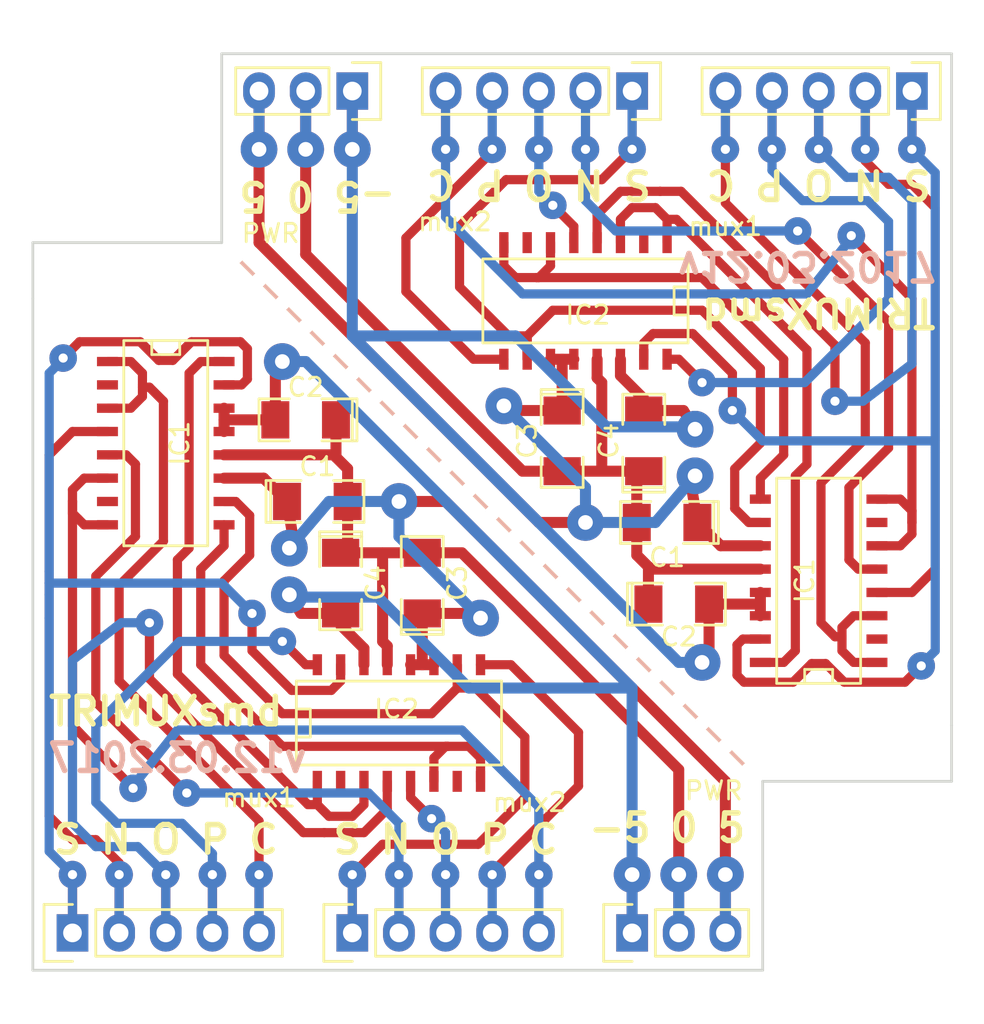
<source format=kicad_pcb>
(kicad_pcb (version 4) (host pcbnew 4.0.5)

  (general
    (links 83)
    (no_connects 15)
    (area 53.772999 48.502499 103.961001 98.563501)
    (thickness 1.6)
    (drawings 22)
    (tracks 490)
    (zones 0)
    (modules 43)
    (nets 16)
  )

  (page A4)
  (layers
    (0 F.Cu signal)
    (31 B.Cu signal)
    (32 B.Adhes user)
    (33 F.Adhes user)
    (34 B.Paste user)
    (35 F.Paste user)
    (36 B.SilkS user)
    (37 F.SilkS user)
    (38 B.Mask user)
    (39 F.Mask user)
    (40 Dwgs.User user)
    (41 Cmts.User user)
    (42 Eco1.User user)
    (43 Eco2.User user)
    (44 Edge.Cuts user)
    (45 Margin user)
    (46 B.CrtYd user)
    (47 F.CrtYd user)
    (48 B.Fab user)
    (49 F.Fab user)
  )

  (setup
    (last_trace_width 0.5)
    (trace_clearance 0.2)
    (zone_clearance 0.508)
    (zone_45_only no)
    (trace_min 0.2)
    (segment_width 0.2)
    (edge_width 0.15)
    (via_size 1.5)
    (via_drill 0.5)
    (via_min_size 0.4)
    (via_min_drill 0.3)
    (uvia_size 0.3)
    (uvia_drill 0.1)
    (uvias_allowed no)
    (uvia_min_size 0.2)
    (uvia_min_drill 0.1)
    (pcb_text_width 0.3)
    (pcb_text_size 1.5 1.5)
    (mod_edge_width 0.15)
    (mod_text_size 1 1)
    (mod_text_width 0.15)
    (pad_size 3.175 3.175)
    (pad_drill 3.175)
    (pad_to_mask_clearance 0.2)
    (aux_axis_origin 0 0)
    (visible_elements 7FFFFFFF)
    (pcbplotparams
      (layerselection 0x010f0_80000001)
      (usegerberextensions true)
      (excludeedgelayer true)
      (linewidth 0.100000)
      (plotframeref false)
      (viasonmask true)
      (mode 1)
      (useauxorigin false)
      (hpglpennumber 1)
      (hpglpenspeed 20)
      (hpglpendiameter 15)
      (hpglpenoverlay 2)
      (psnegative false)
      (psa4output false)
      (plotreference true)
      (plotvalue true)
      (plotinvisibletext false)
      (padsonsilk false)
      (subtractmaskfromsilk false)
      (outputformat 1)
      (mirror false)
      (drillshape 0)
      (scaleselection 1)
      (outputdirectory Z:/home/ssloy/+/diycnc/trimux/plot))
  )

  (net 0 "")
  (net 1 "Net-(IC1-Pad16)")
  (net 2 "Net-(IC1-Pad9)")
  (net 3 /V-POS)
  (net 4 /GND)
  (net 5 /V-NEG)
  (net 6 /S2)
  (net 7 /C2)
  (net 8 /N2)
  (net 9 /N1)
  (net 10 /C1)
  (net 11 /S1)
  (net 12 /P1)
  (net 13 /P2)
  (net 14 /O2)
  (net 15 /O1)

  (net_class Default "This is the default net class."
    (clearance 0.2)
    (trace_width 0.5)
    (via_dia 1.5)
    (via_drill 0.5)
    (uvia_dia 0.3)
    (uvia_drill 0.1)
    (add_net /C1)
    (add_net /C2)
    (add_net /N1)
    (add_net /N2)
    (add_net /O1)
    (add_net /O2)
    (add_net /P1)
    (add_net /P2)
    (add_net /S1)
    (add_net /S2)
    (add_net "Net-(IC1-Pad16)")
    (add_net "Net-(IC1-Pad9)")
  )

  (net_class "Power lines" ""
    (clearance 0.2)
    (trace_width 0.6)
    (via_dia 2)
    (via_drill 0.8)
    (uvia_dia 0.3)
    (uvia_drill 0.1)
    (add_net /GND)
    (add_net /V-NEG)
    (add_net /V-POS)
  )

  (module Pin_Headers:Pin_Header_Straight_1x03 (layer F.Cu) (tedit 58D6708B) (tstamp 58D6D88E)
    (at 71.247 50.6095 270)
    (descr "Through hole pin header")
    (tags "pin header")
    (path /58A59F25)
    (fp_text reference PWR (at 7.747 4.445 360) (layer F.SilkS)
      (effects (font (size 1 1) (thickness 0.15)))
    )
    (fp_text value CONN_01X03 (at 0 -3.1 270) (layer F.Fab)
      (effects (font (size 1 1) (thickness 0.15)))
    )
    (fp_line (start -1.75 -1.75) (end -1.75 6.85) (layer F.CrtYd) (width 0.05))
    (fp_line (start 1.75 -1.75) (end 1.75 6.85) (layer F.CrtYd) (width 0.05))
    (fp_line (start -1.75 -1.75) (end 1.75 -1.75) (layer F.CrtYd) (width 0.05))
    (fp_line (start -1.75 6.85) (end 1.75 6.85) (layer F.CrtYd) (width 0.05))
    (fp_line (start -1.27 1.27) (end -1.27 6.35) (layer F.SilkS) (width 0.15))
    (fp_line (start -1.27 6.35) (end 1.27 6.35) (layer F.SilkS) (width 0.15))
    (fp_line (start 1.27 6.35) (end 1.27 1.27) (layer F.SilkS) (width 0.15))
    (fp_line (start 1.55 -1.55) (end 1.55 0) (layer F.SilkS) (width 0.15))
    (fp_line (start 1.27 1.27) (end -1.27 1.27) (layer F.SilkS) (width 0.15))
    (fp_line (start -1.55 0) (end -1.55 -1.55) (layer F.SilkS) (width 0.15))
    (fp_line (start -1.55 -1.55) (end 1.55 -1.55) (layer F.SilkS) (width 0.15))
    (pad 1 thru_hole rect (at 0 0 270) (size 2.032 1.7272) (drill 1.016) (layers *.Cu *.Mask)
      (net 5 /V-NEG))
    (pad 2 thru_hole oval (at 0 2.54 270) (size 2.032 1.7272) (drill 1.016) (layers *.Cu *.Mask)
      (net 4 /GND))
    (pad 3 thru_hole oval (at 0 5.08 270) (size 2.032 1.7272) (drill 1.016) (layers *.Cu *.Mask)
      (net 3 /V-POS))
    (model Pin_Headers.3dshapes/Pin_Header_Straight_1x03.wrl
      (at (xyz 0 -0.1 0))
      (scale (xyz 1 1 1))
      (rotate (xyz 0 0 90))
    )
  )

  (module Pin_Headers:Pin_Header_Straight_1x05 (layer F.Cu) (tedit 58D67087) (tstamp 58D6D87B)
    (at 86.487 50.6095 270)
    (descr "Through hole pin header")
    (tags "pin header")
    (path /58A59FB6)
    (fp_text reference mux2 (at 7.112 9.652 360) (layer F.SilkS)
      (effects (font (size 1 1) (thickness 0.15)))
    )
    (fp_text value CONN_01X05 (at 0 -3.1 270) (layer F.Fab)
      (effects (font (size 1 1) (thickness 0.15)))
    )
    (fp_line (start -1.55 0) (end -1.55 -1.55) (layer F.SilkS) (width 0.15))
    (fp_line (start -1.55 -1.55) (end 1.55 -1.55) (layer F.SilkS) (width 0.15))
    (fp_line (start 1.55 -1.55) (end 1.55 0) (layer F.SilkS) (width 0.15))
    (fp_line (start -1.75 -1.75) (end -1.75 11.95) (layer F.CrtYd) (width 0.05))
    (fp_line (start 1.75 -1.75) (end 1.75 11.95) (layer F.CrtYd) (width 0.05))
    (fp_line (start -1.75 -1.75) (end 1.75 -1.75) (layer F.CrtYd) (width 0.05))
    (fp_line (start -1.75 11.95) (end 1.75 11.95) (layer F.CrtYd) (width 0.05))
    (fp_line (start 1.27 1.27) (end 1.27 11.43) (layer F.SilkS) (width 0.15))
    (fp_line (start 1.27 11.43) (end -1.27 11.43) (layer F.SilkS) (width 0.15))
    (fp_line (start -1.27 11.43) (end -1.27 1.27) (layer F.SilkS) (width 0.15))
    (fp_line (start 1.27 1.27) (end -1.27 1.27) (layer F.SilkS) (width 0.15))
    (pad 1 thru_hole rect (at 0 0 270) (size 2.032 1.7272) (drill 1.016) (layers *.Cu *.Mask)
      (net 6 /S2))
    (pad 2 thru_hole oval (at 0 2.54 270) (size 2.032 1.7272) (drill 1.016) (layers *.Cu *.Mask)
      (net 8 /N2))
    (pad 3 thru_hole oval (at 0 5.08 270) (size 2.032 1.7272) (drill 1.016) (layers *.Cu *.Mask)
      (net 14 /O2))
    (pad 4 thru_hole oval (at 0 7.62 270) (size 2.032 1.7272) (drill 1.016) (layers *.Cu *.Mask)
      (net 13 /P2))
    (pad 5 thru_hole oval (at 0 10.16 270) (size 2.032 1.7272) (drill 1.016) (layers *.Cu *.Mask)
      (net 7 /C2))
    (model Pin_Headers.3dshapes/Pin_Header_Straight_1x05.wrl
      (at (xyz 0 -0.2 0))
      (scale (xyz 1 1 1))
      (rotate (xyz 0 0 90))
    )
  )

  (module Pin_Headers:Pin_Header_Straight_1x05 (layer F.Cu) (tedit 58D6707A) (tstamp 58D6D868)
    (at 101.727 50.6095 270)
    (descr "Through hole pin header")
    (tags "pin header")
    (path /58A5A013)
    (fp_text reference mux1 (at 7.366 10.16 360) (layer F.SilkS)
      (effects (font (size 1 1) (thickness 0.15)))
    )
    (fp_text value CONN_01X05 (at 0 -3.1 270) (layer F.Fab)
      (effects (font (size 1 1) (thickness 0.15)))
    )
    (fp_line (start -1.55 0) (end -1.55 -1.55) (layer F.SilkS) (width 0.15))
    (fp_line (start -1.55 -1.55) (end 1.55 -1.55) (layer F.SilkS) (width 0.15))
    (fp_line (start 1.55 -1.55) (end 1.55 0) (layer F.SilkS) (width 0.15))
    (fp_line (start -1.75 -1.75) (end -1.75 11.95) (layer F.CrtYd) (width 0.05))
    (fp_line (start 1.75 -1.75) (end 1.75 11.95) (layer F.CrtYd) (width 0.05))
    (fp_line (start -1.75 -1.75) (end 1.75 -1.75) (layer F.CrtYd) (width 0.05))
    (fp_line (start -1.75 11.95) (end 1.75 11.95) (layer F.CrtYd) (width 0.05))
    (fp_line (start 1.27 1.27) (end 1.27 11.43) (layer F.SilkS) (width 0.15))
    (fp_line (start 1.27 11.43) (end -1.27 11.43) (layer F.SilkS) (width 0.15))
    (fp_line (start -1.27 11.43) (end -1.27 1.27) (layer F.SilkS) (width 0.15))
    (fp_line (start 1.27 1.27) (end -1.27 1.27) (layer F.SilkS) (width 0.15))
    (pad 1 thru_hole rect (at 0 0 270) (size 2.032 1.7272) (drill 1.016) (layers *.Cu *.Mask)
      (net 11 /S1))
    (pad 2 thru_hole oval (at 0 2.54 270) (size 2.032 1.7272) (drill 1.016) (layers *.Cu *.Mask)
      (net 9 /N1))
    (pad 3 thru_hole oval (at 0 5.08 270) (size 2.032 1.7272) (drill 1.016) (layers *.Cu *.Mask)
      (net 15 /O1))
    (pad 4 thru_hole oval (at 0 7.62 270) (size 2.032 1.7272) (drill 1.016) (layers *.Cu *.Mask)
      (net 12 /P1))
    (pad 5 thru_hole oval (at 0 10.16 270) (size 2.032 1.7272) (drill 1.016) (layers *.Cu *.Mask)
      (net 10 /C1))
    (model Pin_Headers.3dshapes/Pin_Header_Straight_1x05.wrl
      (at (xyz 0 -0.2 0))
      (scale (xyz 1 1 1))
      (rotate (xyz 0 0 90))
    )
  )

  (module SMD_Packages:SO-16-N (layer F.Cu) (tedit 58AC2A83) (tstamp 58D6D84E)
    (at 83.947 62.0395 180)
    (descr "Module CMS SOJ 16 pins large")
    (tags "CMS SOJ")
    (path /58A5A436)
    (attr smd)
    (fp_text reference IC2 (at -0.127 -0.762 180) (layer F.SilkS)
      (effects (font (size 1 1) (thickness 0.15)))
    )
    (fp_text value DG403 (at 0 1.27 180) (layer F.Fab)
      (effects (font (size 1 1) (thickness 0.15)))
    )
    (fp_line (start -5.588 -0.762) (end -4.826 -0.762) (layer F.SilkS) (width 0.15))
    (fp_line (start -4.826 -0.762) (end -4.826 0.762) (layer F.SilkS) (width 0.15))
    (fp_line (start -4.826 0.762) (end -5.588 0.762) (layer F.SilkS) (width 0.15))
    (fp_line (start 5.588 -2.286) (end 5.588 2.286) (layer F.SilkS) (width 0.15))
    (fp_line (start 5.588 2.286) (end -5.588 2.286) (layer F.SilkS) (width 0.15))
    (fp_line (start -5.588 2.286) (end -5.588 -2.286) (layer F.SilkS) (width 0.15))
    (fp_line (start -5.588 -2.286) (end 5.588 -2.286) (layer F.SilkS) (width 0.15))
    (pad 16 smd rect (at -4.445 -3.175 180) (size 0.508 1.143) (layers F.Cu F.Paste F.Mask)
      (net 12 /P1))
    (pad 14 smd rect (at -1.905 -3.175 180) (size 0.508 1.143) (layers F.Cu F.Paste F.Mask)
      (net 5 /V-NEG))
    (pad 13 smd rect (at -0.635 -3.175 180) (size 0.508 1.143) (layers F.Cu F.Paste F.Mask)
      (net 4 /GND))
    (pad 12 smd rect (at 0.635 -3.175 180) (size 0.508 1.143) (layers F.Cu F.Paste F.Mask)
      (net 3 /V-POS))
    (pad 11 smd rect (at 1.905 -3.175 180) (size 0.508 1.143) (layers F.Cu F.Paste F.Mask)
      (net 3 /V-POS))
    (pad 10 smd rect (at 3.175 -3.175 180) (size 0.508 1.143) (layers F.Cu F.Paste F.Mask)
      (net 6 /S2))
    (pad 9 smd rect (at 4.445 -3.175 180) (size 0.508 1.143) (layers F.Cu F.Paste F.Mask)
      (net 13 /P2))
    (pad 8 smd rect (at 4.445 3.175 180) (size 0.508 1.143) (layers F.Cu F.Paste F.Mask)
      (net 2 "Net-(IC1-Pad9)"))
    (pad 7 smd rect (at 3.175 3.175 180) (size 0.508 1.143) (layers F.Cu F.Paste F.Mask))
    (pad 6 smd rect (at 1.905 3.175 180) (size 0.508 1.143) (layers F.Cu F.Paste F.Mask)
      (net 2 "Net-(IC1-Pad9)"))
    (pad 5 smd rect (at 0.635 3.175 180) (size 0.508 1.143) (layers F.Cu F.Paste F.Mask)
      (net 14 /O2))
    (pad 4 smd rect (at -0.635 3.175 180) (size 0.508 1.143) (layers F.Cu F.Paste F.Mask)
      (net 15 /O1))
    (pad 3 smd rect (at -1.905 3.175 180) (size 0.508 1.143) (layers F.Cu F.Paste F.Mask)
      (net 1 "Net-(IC1-Pad16)"))
    (pad 2 smd rect (at -3.175 3.175 180) (size 0.508 1.143) (layers F.Cu F.Paste F.Mask))
    (pad 1 smd rect (at -4.445 3.175 180) (size 0.508 1.143) (layers F.Cu F.Paste F.Mask)
      (net 1 "Net-(IC1-Pad16)"))
    (pad 15 smd rect (at -3.175 -3.175 180) (size 0.508 1.143) (layers F.Cu F.Paste F.Mask)
      (net 11 /S1))
    (model SMD_Packages.3dshapes/SO-16-N.wrl
      (at (xyz 0 0 0))
      (scale (xyz 0.5 0.4 0.5))
      (rotate (xyz 0 0 0))
    )
  )

  (module SMD_Packages:SO-16-N (layer F.Cu) (tedit 58AC2A8C) (tstamp 58D6D834)
    (at 96.647 77.2795 90)
    (descr "Module CMS SOJ 16 pins large")
    (tags "CMS SOJ")
    (path /58A5A399)
    (attr smd)
    (fp_text reference IC1 (at 0 -0.762 90) (layer F.SilkS)
      (effects (font (size 1 1) (thickness 0.15)))
    )
    (fp_text value DG403 (at 0 1.27 90) (layer F.Fab)
      (effects (font (size 1 1) (thickness 0.15)))
    )
    (fp_line (start -5.588 -0.762) (end -4.826 -0.762) (layer F.SilkS) (width 0.15))
    (fp_line (start -4.826 -0.762) (end -4.826 0.762) (layer F.SilkS) (width 0.15))
    (fp_line (start -4.826 0.762) (end -5.588 0.762) (layer F.SilkS) (width 0.15))
    (fp_line (start 5.588 -2.286) (end 5.588 2.286) (layer F.SilkS) (width 0.15))
    (fp_line (start 5.588 2.286) (end -5.588 2.286) (layer F.SilkS) (width 0.15))
    (fp_line (start -5.588 2.286) (end -5.588 -2.286) (layer F.SilkS) (width 0.15))
    (fp_line (start -5.588 -2.286) (end 5.588 -2.286) (layer F.SilkS) (width 0.15))
    (pad 16 smd rect (at -4.445 -3.175 90) (size 0.508 1.143) (layers F.Cu F.Paste F.Mask)
      (net 1 "Net-(IC1-Pad16)"))
    (pad 14 smd rect (at -1.905 -3.175 90) (size 0.508 1.143) (layers F.Cu F.Paste F.Mask)
      (net 5 /V-NEG))
    (pad 13 smd rect (at -0.635 -3.175 90) (size 0.508 1.143) (layers F.Cu F.Paste F.Mask)
      (net 5 /V-NEG))
    (pad 12 smd rect (at 0.635 -3.175 90) (size 0.508 1.143) (layers F.Cu F.Paste F.Mask)
      (net 4 /GND))
    (pad 11 smd rect (at 1.905 -3.175 90) (size 0.508 1.143) (layers F.Cu F.Paste F.Mask)
      (net 3 /V-POS))
    (pad 10 smd rect (at 3.175 -3.175 90) (size 0.508 1.143) (layers F.Cu F.Paste F.Mask)
      (net 6 /S2))
    (pad 9 smd rect (at 4.445 -3.175 90) (size 0.508 1.143) (layers F.Cu F.Paste F.Mask)
      (net 2 "Net-(IC1-Pad9)"))
    (pad 8 smd rect (at 4.445 3.175 90) (size 0.508 1.143) (layers F.Cu F.Paste F.Mask)
      (net 7 /C2))
    (pad 7 smd rect (at 3.175 3.175 90) (size 0.508 1.143) (layers F.Cu F.Paste F.Mask))
    (pad 6 smd rect (at 1.905 3.175 90) (size 0.508 1.143) (layers F.Cu F.Paste F.Mask)
      (net 7 /C2))
    (pad 5 smd rect (at 0.635 3.175 90) (size 0.508 1.143) (layers F.Cu F.Paste F.Mask)
      (net 8 /N2))
    (pad 4 smd rect (at -0.635 3.175 90) (size 0.508 1.143) (layers F.Cu F.Paste F.Mask)
      (net 9 /N1))
    (pad 3 smd rect (at -1.905 3.175 90) (size 0.508 1.143) (layers F.Cu F.Paste F.Mask)
      (net 10 /C1))
    (pad 2 smd rect (at -3.175 3.175 90) (size 0.508 1.143) (layers F.Cu F.Paste F.Mask))
    (pad 1 smd rect (at -4.445 3.175 90) (size 0.508 1.143) (layers F.Cu F.Paste F.Mask)
      (net 10 /C1))
    (pad 15 smd rect (at -3.175 -3.175 90) (size 0.508 1.143) (layers F.Cu F.Paste F.Mask)
      (net 11 /S1))
    (model SMD_Packages.3dshapes/SO-16-N.wrl
      (at (xyz 0 0 0))
      (scale (xyz 0.5 0.4 0.5))
      (rotate (xyz 0 0 0))
    )
  )

  (module SMD_Packages:SMD-1206_Pol (layer F.Cu) (tedit 58AA0A49) (tstamp 58D6D826)
    (at 87.122 69.6595 90)
    (path /58A59E9A)
    (attr smd)
    (fp_text reference C4 (at 0 -1.905 90) (layer F.SilkS)
      (effects (font (size 1 1) (thickness 0.15)))
    )
    (fp_text value CP1 (at 0 0 90) (layer F.Fab)
      (effects (font (size 1 1) (thickness 0.15)))
    )
    (fp_line (start -2.54 -1.143) (end -2.794 -1.143) (layer F.SilkS) (width 0.15))
    (fp_line (start -2.794 -1.143) (end -2.794 1.143) (layer F.SilkS) (width 0.15))
    (fp_line (start -2.794 1.143) (end -2.54 1.143) (layer F.SilkS) (width 0.15))
    (fp_line (start -2.54 -1.143) (end -2.54 1.143) (layer F.SilkS) (width 0.15))
    (fp_line (start -2.54 1.143) (end -0.889 1.143) (layer F.SilkS) (width 0.15))
    (fp_line (start 0.889 -1.143) (end 2.54 -1.143) (layer F.SilkS) (width 0.15))
    (fp_line (start 2.54 -1.143) (end 2.54 1.143) (layer F.SilkS) (width 0.15))
    (fp_line (start 2.54 1.143) (end 0.889 1.143) (layer F.SilkS) (width 0.15))
    (fp_line (start -0.889 -1.143) (end -2.54 -1.143) (layer F.SilkS) (width 0.15))
    (pad 1 smd rect (at -1.651 0 90) (size 1.524 2.032) (layers F.Cu F.Paste F.Mask)
      (net 4 /GND))
    (pad 2 smd rect (at 1.651 0 90) (size 1.524 2.032) (layers F.Cu F.Paste F.Mask)
      (net 5 /V-NEG))
    (model SMD_Packages.3dshapes/SMD-1206_Pol.wrl
      (at (xyz 0 0 0))
      (scale (xyz 0.17 0.16 0.16))
      (rotate (xyz 0 0 0))
    )
  )

  (module SMD_Packages:SMD-1206_Pol (layer F.Cu) (tedit 58AC2A50) (tstamp 58D6D818)
    (at 82.677 69.6595 270)
    (path /58A59DF1)
    (attr smd)
    (fp_text reference C3 (at 0 1.905 270) (layer F.SilkS)
      (effects (font (size 1 1) (thickness 0.15)))
    )
    (fp_text value CP1 (at 0 0 270) (layer F.Fab)
      (effects (font (size 1 1) (thickness 0.15)))
    )
    (fp_line (start -2.54 -1.143) (end -2.794 -1.143) (layer F.SilkS) (width 0.15))
    (fp_line (start -2.794 -1.143) (end -2.794 1.143) (layer F.SilkS) (width 0.15))
    (fp_line (start -2.794 1.143) (end -2.54 1.143) (layer F.SilkS) (width 0.15))
    (fp_line (start -2.54 -1.143) (end -2.54 1.143) (layer F.SilkS) (width 0.15))
    (fp_line (start -2.54 1.143) (end -0.889 1.143) (layer F.SilkS) (width 0.15))
    (fp_line (start 0.889 -1.143) (end 2.54 -1.143) (layer F.SilkS) (width 0.15))
    (fp_line (start 2.54 -1.143) (end 2.54 1.143) (layer F.SilkS) (width 0.15))
    (fp_line (start 2.54 1.143) (end 0.889 1.143) (layer F.SilkS) (width 0.15))
    (fp_line (start -0.889 -1.143) (end -2.54 -1.143) (layer F.SilkS) (width 0.15))
    (pad 1 smd rect (at -1.651 0 270) (size 1.524 2.032) (layers F.Cu F.Paste F.Mask)
      (net 3 /V-POS))
    (pad 2 smd rect (at 1.651 0 270) (size 1.524 2.032) (layers F.Cu F.Paste F.Mask)
      (net 4 /GND))
    (model SMD_Packages.3dshapes/SMD-1206_Pol.wrl
      (at (xyz 0 0 0))
      (scale (xyz 0.17 0.16 0.16))
      (rotate (xyz 0 0 0))
    )
  )

  (module SMD_Packages:SMD-1206_Pol (layer F.Cu) (tedit 58AC2A48) (tstamp 58D6D80A)
    (at 89.027 78.5495)
    (path /58A59D4C)
    (attr smd)
    (fp_text reference C2 (at 0 1.778) (layer F.SilkS)
      (effects (font (size 1 1) (thickness 0.15)))
    )
    (fp_text value CP1 (at 0 0) (layer F.Fab)
      (effects (font (size 1 1) (thickness 0.15)))
    )
    (fp_line (start -2.54 -1.143) (end -2.794 -1.143) (layer F.SilkS) (width 0.15))
    (fp_line (start -2.794 -1.143) (end -2.794 1.143) (layer F.SilkS) (width 0.15))
    (fp_line (start -2.794 1.143) (end -2.54 1.143) (layer F.SilkS) (width 0.15))
    (fp_line (start -2.54 -1.143) (end -2.54 1.143) (layer F.SilkS) (width 0.15))
    (fp_line (start -2.54 1.143) (end -0.889 1.143) (layer F.SilkS) (width 0.15))
    (fp_line (start 0.889 -1.143) (end 2.54 -1.143) (layer F.SilkS) (width 0.15))
    (fp_line (start 2.54 -1.143) (end 2.54 1.143) (layer F.SilkS) (width 0.15))
    (fp_line (start 2.54 1.143) (end 0.889 1.143) (layer F.SilkS) (width 0.15))
    (fp_line (start -0.889 -1.143) (end -2.54 -1.143) (layer F.SilkS) (width 0.15))
    (pad 1 smd rect (at -1.651 0) (size 1.524 2.032) (layers F.Cu F.Paste F.Mask)
      (net 4 /GND))
    (pad 2 smd rect (at 1.651 0) (size 1.524 2.032) (layers F.Cu F.Paste F.Mask)
      (net 5 /V-NEG))
    (model SMD_Packages.3dshapes/SMD-1206_Pol.wrl
      (at (xyz 0 0 0))
      (scale (xyz 0.17 0.16 0.16))
      (rotate (xyz 0 0 0))
    )
  )

  (module SMD_Packages:SMD-1206_Pol (layer F.Cu) (tedit 58AA0A40) (tstamp 58D6D7FC)
    (at 88.392 74.1045 180)
    (path /58A59C9B)
    (attr smd)
    (fp_text reference C1 (at 0 -1.905 180) (layer F.SilkS)
      (effects (font (size 1 1) (thickness 0.15)))
    )
    (fp_text value CP1 (at 0 0 180) (layer F.Fab)
      (effects (font (size 1 1) (thickness 0.15)))
    )
    (fp_line (start -2.54 -1.143) (end -2.794 -1.143) (layer F.SilkS) (width 0.15))
    (fp_line (start -2.794 -1.143) (end -2.794 1.143) (layer F.SilkS) (width 0.15))
    (fp_line (start -2.794 1.143) (end -2.54 1.143) (layer F.SilkS) (width 0.15))
    (fp_line (start -2.54 -1.143) (end -2.54 1.143) (layer F.SilkS) (width 0.15))
    (fp_line (start -2.54 1.143) (end -0.889 1.143) (layer F.SilkS) (width 0.15))
    (fp_line (start 0.889 -1.143) (end 2.54 -1.143) (layer F.SilkS) (width 0.15))
    (fp_line (start 2.54 -1.143) (end 2.54 1.143) (layer F.SilkS) (width 0.15))
    (fp_line (start 2.54 1.143) (end 0.889 1.143) (layer F.SilkS) (width 0.15))
    (fp_line (start -0.889 -1.143) (end -2.54 -1.143) (layer F.SilkS) (width 0.15))
    (pad 1 smd rect (at -1.651 0 180) (size 1.524 2.032) (layers F.Cu F.Paste F.Mask)
      (net 3 /V-POS))
    (pad 2 smd rect (at 1.651 0 180) (size 1.524 2.032) (layers F.Cu F.Paste F.Mask)
      (net 4 /GND))
    (model SMD_Packages.3dshapes/SMD-1206_Pol.wrl
      (at (xyz 0 0 0))
      (scale (xyz 0.17 0.16 0.16))
      (rotate (xyz 0 0 0))
    )
  )

  (module trimux:SolderWirePad_single_0-8mmDrill (layer F.Cu) (tedit 58D66EDB) (tstamp 58D6D7F7)
    (at 96.647 85.217 180)
    (descr "Mesurement Point, Square, Trough Hole,  DM 1.5mm, Drill 0.8mm,")
    (tags "Mesurement Point Round Trough Hole 1.5mm Drill 0.8mm")
    (attr virtual)
    (fp_text reference "" (at 0 -2 180) (layer F.SilkS)
      (effects (font (size 1 1) (thickness 0.15)))
    )
    (fp_text value "" (at 0 2 180) (layer F.Fab)
      (effects (font (size 1 1) (thickness 0.15)))
    )
    (fp_circle (center 0 0) (end 1 0) (layer F.CrtYd) (width 0.05))
    (pad "" np_thru_hole circle (at 0 0 180) (size 3.175 3.175) (drill 3.175) (layers *.Cu *.Mask))
  )

  (module trimux:SolderWirePad_single_0-8mmDrill (layer F.Cu) (tedit 58AA0E81) (tstamp 58AA0F33)
    (at 87.757 82.4865)
    (descr "Mesurement Point, Square, Trough Hole,  DM 1.5mm, Drill 0.8mm,")
    (tags "Mesurement Point Round Trough Hole 1.5mm Drill 0.8mm")
    (attr virtual)
    (fp_text reference "" (at 0 -2) (layer F.SilkS)
      (effects (font (size 1 1) (thickness 0.15)))
    )
    (fp_text value "" (at 0 2) (layer F.Fab)
      (effects (font (size 1 1) (thickness 0.15)))
    )
    (fp_circle (center 0 0) (end 1 0) (layer F.CrtYd) (width 0.05))
    (pad "" np_thru_hole circle (at 0 0) (size 0.8 0.8) (drill 0.8) (layers *.Cu *.Mask))
  )

  (module trimux:SolderWirePad_single_0-8mmDrill (layer F.Cu) (tedit 58AA0E81) (tstamp 58AA0EB4)
    (at 90.297 85.0265)
    (descr "Mesurement Point, Square, Trough Hole,  DM 1.5mm, Drill 0.8mm,")
    (tags "Mesurement Point Round Trough Hole 1.5mm Drill 0.8mm")
    (attr virtual)
    (fp_text reference "" (at 0 -2) (layer F.SilkS)
      (effects (font (size 1 1) (thickness 0.15)))
    )
    (fp_text value "" (at 0 2) (layer F.Fab)
      (effects (font (size 1 1) (thickness 0.15)))
    )
    (fp_circle (center 0 0) (end 1 0) (layer F.CrtYd) (width 0.05))
    (pad "" np_thru_hole circle (at 0 0) (size 0.8 0.8) (drill 0.8) (layers *.Cu *.Mask))
  )

  (module trimux:SolderWirePad_single_0-8mmDrill (layer F.Cu) (tedit 58AA0E81) (tstamp 58AA0EBF)
    (at 89.027 83.7565)
    (descr "Mesurement Point, Square, Trough Hole,  DM 1.5mm, Drill 0.8mm,")
    (tags "Mesurement Point Round Trough Hole 1.5mm Drill 0.8mm")
    (attr virtual)
    (fp_text reference "" (at 0 -2) (layer F.SilkS)
      (effects (font (size 1 1) (thickness 0.15)))
    )
    (fp_text value "" (at 0 2) (layer F.Fab)
      (effects (font (size 1 1) (thickness 0.15)))
    )
    (fp_circle (center 0 0) (end 1 0) (layer F.CrtYd) (width 0.05))
    (pad "" np_thru_hole circle (at 0 0) (size 0.8 0.8) (drill 0.8) (layers *.Cu *.Mask))
  )

  (module trimux:SolderWirePad_single_0-8mmDrill (layer F.Cu) (tedit 58AA0E81) (tstamp 58AA0EA9)
    (at 91.567 86.2965)
    (descr "Mesurement Point, Square, Trough Hole,  DM 1.5mm, Drill 0.8mm,")
    (tags "Mesurement Point Round Trough Hole 1.5mm Drill 0.8mm")
    (attr virtual)
    (fp_text reference "" (at 0 -2) (layer F.SilkS)
      (effects (font (size 1 1) (thickness 0.15)))
    )
    (fp_text value "" (at 0 2) (layer F.Fab)
      (effects (font (size 1 1) (thickness 0.15)))
    )
    (fp_circle (center 0 0) (end 1 0) (layer F.CrtYd) (width 0.05))
    (pad "" np_thru_hole circle (at 0 0) (size 0.8 0.8) (drill 0.8) (layers *.Cu *.Mask))
  )

  (module trimux:SolderWirePad_single_0-8mmDrill (layer F.Cu) (tedit 58AA0E81) (tstamp 58AA0E96)
    (at 92.837 87.5665)
    (descr "Mesurement Point, Square, Trough Hole,  DM 1.5mm, Drill 0.8mm,")
    (tags "Mesurement Point Round Trough Hole 1.5mm Drill 0.8mm")
    (attr virtual)
    (fp_text reference "" (at 0 -2) (layer F.SilkS)
      (effects (font (size 1 1) (thickness 0.15)))
    )
    (fp_text value "" (at 0 2) (layer F.Fab)
      (effects (font (size 1 1) (thickness 0.15)))
    )
    (fp_circle (center 0 0) (end 1 0) (layer F.CrtYd) (width 0.05))
    (pad "" np_thru_hole circle (at 0 0) (size 0.8 0.8) (drill 0.8) (layers *.Cu *.Mask))
  )

  (module trimux:SolderWirePad_single_0-8mmDrill (layer F.Cu) (tedit 58AA0E81) (tstamp 58AA0F3E)
    (at 86.487 81.2165)
    (descr "Mesurement Point, Square, Trough Hole,  DM 1.5mm, Drill 0.8mm,")
    (tags "Mesurement Point Round Trough Hole 1.5mm Drill 0.8mm")
    (attr virtual)
    (fp_text reference "" (at 0 -2) (layer F.SilkS)
      (effects (font (size 1 1) (thickness 0.15)))
    )
    (fp_text value "" (at 0 2) (layer F.Fab)
      (effects (font (size 1 1) (thickness 0.15)))
    )
    (fp_circle (center 0 0) (end 1 0) (layer F.CrtYd) (width 0.05))
    (pad "" np_thru_hole circle (at 0 0) (size 0.8 0.8) (drill 0.8) (layers *.Cu *.Mask))
  )

  (module trimux:SolderWirePad_single_0-8mmDrill (layer F.Cu) (tedit 58AA0E81) (tstamp 58AA0F49)
    (at 85.217 79.9465)
    (descr "Mesurement Point, Square, Trough Hole,  DM 1.5mm, Drill 0.8mm,")
    (tags "Mesurement Point Round Trough Hole 1.5mm Drill 0.8mm")
    (attr virtual)
    (fp_text reference "" (at 0 -2) (layer F.SilkS)
      (effects (font (size 1 1) (thickness 0.15)))
    )
    (fp_text value "" (at 0 2) (layer F.Fab)
      (effects (font (size 1 1) (thickness 0.15)))
    )
    (fp_circle (center 0 0) (end 1 0) (layer F.CrtYd) (width 0.05))
    (pad "" np_thru_hole circle (at 0 0) (size 0.8 0.8) (drill 0.8) (layers *.Cu *.Mask))
  )

  (module trimux:SolderWirePad_single_0-8mmDrill (layer F.Cu) (tedit 58AA0E81) (tstamp 58AA0F54)
    (at 83.947 78.6765)
    (descr "Mesurement Point, Square, Trough Hole,  DM 1.5mm, Drill 0.8mm,")
    (tags "Mesurement Point Round Trough Hole 1.5mm Drill 0.8mm")
    (attr virtual)
    (fp_text reference "" (at 0 -2) (layer F.SilkS)
      (effects (font (size 1 1) (thickness 0.15)))
    )
    (fp_text value "" (at 0 2) (layer F.Fab)
      (effects (font (size 1 1) (thickness 0.15)))
    )
    (fp_circle (center 0 0) (end 1 0) (layer F.CrtYd) (width 0.05))
    (pad "" np_thru_hole circle (at 0 0) (size 0.8 0.8) (drill 0.8) (layers *.Cu *.Mask))
  )

  (module trimux:SolderWirePad_single_0-8mmDrill (layer F.Cu) (tedit 58AA0E81) (tstamp 58AA0F5F)
    (at 82.677 77.4065)
    (descr "Mesurement Point, Square, Trough Hole,  DM 1.5mm, Drill 0.8mm,")
    (tags "Mesurement Point Round Trough Hole 1.5mm Drill 0.8mm")
    (attr virtual)
    (fp_text reference "" (at 0 -2) (layer F.SilkS)
      (effects (font (size 1 1) (thickness 0.15)))
    )
    (fp_text value "" (at 0 2) (layer F.Fab)
      (effects (font (size 1 1) (thickness 0.15)))
    )
    (fp_circle (center 0 0) (end 1 0) (layer F.CrtYd) (width 0.05))
    (pad "" np_thru_hole circle (at 0 0) (size 0.8 0.8) (drill 0.8) (layers *.Cu *.Mask))
  )

  (module trimux:SolderWirePad_single_0-8mmDrill (layer F.Cu) (tedit 58AA0E81) (tstamp 58AA0F6A)
    (at 81.407 76.1365)
    (descr "Mesurement Point, Square, Trough Hole,  DM 1.5mm, Drill 0.8mm,")
    (tags "Mesurement Point Round Trough Hole 1.5mm Drill 0.8mm")
    (attr virtual)
    (fp_text reference "" (at 0 -2) (layer F.SilkS)
      (effects (font (size 1 1) (thickness 0.15)))
    )
    (fp_text value "" (at 0 2) (layer F.Fab)
      (effects (font (size 1 1) (thickness 0.15)))
    )
    (fp_circle (center 0 0) (end 1 0) (layer F.CrtYd) (width 0.05))
    (pad "" np_thru_hole circle (at 0 0) (size 0.8 0.8) (drill 0.8) (layers *.Cu *.Mask))
  )

  (module trimux:SolderWirePad_single_0-8mmDrill (layer F.Cu) (tedit 58AA0E81) (tstamp 58AA0F75)
    (at 80.137 74.8665)
    (descr "Mesurement Point, Square, Trough Hole,  DM 1.5mm, Drill 0.8mm,")
    (tags "Mesurement Point Round Trough Hole 1.5mm Drill 0.8mm")
    (attr virtual)
    (fp_text reference "" (at 0 -2) (layer F.SilkS)
      (effects (font (size 1 1) (thickness 0.15)))
    )
    (fp_text value "" (at 0 2) (layer F.Fab)
      (effects (font (size 1 1) (thickness 0.15)))
    )
    (fp_circle (center 0 0) (end 1 0) (layer F.CrtYd) (width 0.05))
    (pad "" np_thru_hole circle (at 0 0) (size 0.8 0.8) (drill 0.8) (layers *.Cu *.Mask))
  )

  (module trimux:SolderWirePad_single_0-8mmDrill (layer F.Cu) (tedit 58AA0E81) (tstamp 58AA0F80)
    (at 78.867 73.5965)
    (descr "Mesurement Point, Square, Trough Hole,  DM 1.5mm, Drill 0.8mm,")
    (tags "Mesurement Point Round Trough Hole 1.5mm Drill 0.8mm")
    (attr virtual)
    (fp_text reference "" (at 0 -2) (layer F.SilkS)
      (effects (font (size 1 1) (thickness 0.15)))
    )
    (fp_text value "" (at 0 2) (layer F.Fab)
      (effects (font (size 1 1) (thickness 0.15)))
    )
    (fp_circle (center 0 0) (end 1 0) (layer F.CrtYd) (width 0.05))
    (pad "" np_thru_hole circle (at 0 0) (size 0.8 0.8) (drill 0.8) (layers *.Cu *.Mask))
  )

  (module trimux:SolderWirePad_single_0-8mmDrill (layer F.Cu) (tedit 58AA0E81) (tstamp 58AA0F8B)
    (at 77.597 72.3265)
    (descr "Mesurement Point, Square, Trough Hole,  DM 1.5mm, Drill 0.8mm,")
    (tags "Mesurement Point Round Trough Hole 1.5mm Drill 0.8mm")
    (attr virtual)
    (fp_text reference "" (at 0 -2) (layer F.SilkS)
      (effects (font (size 1 1) (thickness 0.15)))
    )
    (fp_text value "" (at 0 2) (layer F.Fab)
      (effects (font (size 1 1) (thickness 0.15)))
    )
    (fp_circle (center 0 0) (end 1 0) (layer F.CrtYd) (width 0.05))
    (pad "" np_thru_hole circle (at 0 0) (size 0.8 0.8) (drill 0.8) (layers *.Cu *.Mask))
  )

  (module trimux:SolderWirePad_single_0-8mmDrill (layer F.Cu) (tedit 58AA0E81) (tstamp 58AA0F96)
    (at 76.327 71.0565)
    (descr "Mesurement Point, Square, Trough Hole,  DM 1.5mm, Drill 0.8mm,")
    (tags "Mesurement Point Round Trough Hole 1.5mm Drill 0.8mm")
    (attr virtual)
    (fp_text reference "" (at 0 -2) (layer F.SilkS)
      (effects (font (size 1 1) (thickness 0.15)))
    )
    (fp_text value "" (at 0 2) (layer F.Fab)
      (effects (font (size 1 1) (thickness 0.15)))
    )
    (fp_circle (center 0 0) (end 1 0) (layer F.CrtYd) (width 0.05))
    (pad "" np_thru_hole circle (at 0 0) (size 0.8 0.8) (drill 0.8) (layers *.Cu *.Mask))
  )

  (module trimux:SolderWirePad_single_0-8mmDrill (layer F.Cu) (tedit 58AA0E81) (tstamp 58AA0FA1)
    (at 75.057 69.7865)
    (descr "Mesurement Point, Square, Trough Hole,  DM 1.5mm, Drill 0.8mm,")
    (tags "Mesurement Point Round Trough Hole 1.5mm Drill 0.8mm")
    (attr virtual)
    (fp_text reference "" (at 0 -2) (layer F.SilkS)
      (effects (font (size 1 1) (thickness 0.15)))
    )
    (fp_text value "" (at 0 2) (layer F.Fab)
      (effects (font (size 1 1) (thickness 0.15)))
    )
    (fp_circle (center 0 0) (end 1 0) (layer F.CrtYd) (width 0.05))
    (pad "" np_thru_hole circle (at 0 0) (size 0.8 0.8) (drill 0.8) (layers *.Cu *.Mask))
  )

  (module trimux:SolderWirePad_single_0-8mmDrill (layer F.Cu) (tedit 58AA0E81) (tstamp 58AA0FAC)
    (at 73.787 68.5165)
    (descr "Mesurement Point, Square, Trough Hole,  DM 1.5mm, Drill 0.8mm,")
    (tags "Mesurement Point Round Trough Hole 1.5mm Drill 0.8mm")
    (attr virtual)
    (fp_text reference "" (at 0 -2) (layer F.SilkS)
      (effects (font (size 1 1) (thickness 0.15)))
    )
    (fp_text value "" (at 0 2) (layer F.Fab)
      (effects (font (size 1 1) (thickness 0.15)))
    )
    (fp_circle (center 0 0) (end 1 0) (layer F.CrtYd) (width 0.05))
    (pad "" np_thru_hole circle (at 0 0) (size 0.8 0.8) (drill 0.8) (layers *.Cu *.Mask))
  )

  (module trimux:SolderWirePad_single_0-8mmDrill (layer F.Cu) (tedit 58AA0E81) (tstamp 58AA0FB7)
    (at 72.517 67.2465)
    (descr "Mesurement Point, Square, Trough Hole,  DM 1.5mm, Drill 0.8mm,")
    (tags "Mesurement Point Round Trough Hole 1.5mm Drill 0.8mm")
    (attr virtual)
    (fp_text reference "" (at 0 -2) (layer F.SilkS)
      (effects (font (size 1 1) (thickness 0.15)))
    )
    (fp_text value "" (at 0 2) (layer F.Fab)
      (effects (font (size 1 1) (thickness 0.15)))
    )
    (fp_circle (center 0 0) (end 1 0) (layer F.CrtYd) (width 0.05))
    (pad "" np_thru_hole circle (at 0 0) (size 0.8 0.8) (drill 0.8) (layers *.Cu *.Mask))
  )

  (module trimux:SolderWirePad_single_0-8mmDrill (layer F.Cu) (tedit 58AA0E81) (tstamp 58AA0FC2)
    (at 71.247 65.9765)
    (descr "Mesurement Point, Square, Trough Hole,  DM 1.5mm, Drill 0.8mm,")
    (tags "Mesurement Point Round Trough Hole 1.5mm Drill 0.8mm")
    (attr virtual)
    (fp_text reference "" (at 0 -2) (layer F.SilkS)
      (effects (font (size 1 1) (thickness 0.15)))
    )
    (fp_text value "" (at 0 2) (layer F.Fab)
      (effects (font (size 1 1) (thickness 0.15)))
    )
    (fp_circle (center 0 0) (end 1 0) (layer F.CrtYd) (width 0.05))
    (pad "" np_thru_hole circle (at 0 0) (size 0.8 0.8) (drill 0.8) (layers *.Cu *.Mask))
  )

  (module trimux:SolderWirePad_single_0-8mmDrill (layer F.Cu) (tedit 58AA0E81) (tstamp 58AA0FCD)
    (at 69.977 64.7065)
    (descr "Mesurement Point, Square, Trough Hole,  DM 1.5mm, Drill 0.8mm,")
    (tags "Mesurement Point Round Trough Hole 1.5mm Drill 0.8mm")
    (attr virtual)
    (fp_text reference "" (at 0 -2) (layer F.SilkS)
      (effects (font (size 1 1) (thickness 0.15)))
    )
    (fp_text value "" (at 0 2) (layer F.Fab)
      (effects (font (size 1 1) (thickness 0.15)))
    )
    (fp_circle (center 0 0) (end 1 0) (layer F.CrtYd) (width 0.05))
    (pad "" np_thru_hole circle (at 0 0) (size 0.8 0.8) (drill 0.8) (layers *.Cu *.Mask))
  )

  (module trimux:SolderWirePad_single_0-8mmDrill (layer F.Cu) (tedit 58AA0E81) (tstamp 58AA0FD8)
    (at 68.707 63.4365)
    (descr "Mesurement Point, Square, Trough Hole,  DM 1.5mm, Drill 0.8mm,")
    (tags "Mesurement Point Round Trough Hole 1.5mm Drill 0.8mm")
    (attr virtual)
    (fp_text reference "" (at 0 -2) (layer F.SilkS)
      (effects (font (size 1 1) (thickness 0.15)))
    )
    (fp_text value "" (at 0 2) (layer F.Fab)
      (effects (font (size 1 1) (thickness 0.15)))
    )
    (fp_circle (center 0 0) (end 1 0) (layer F.CrtYd) (width 0.05))
    (pad "" np_thru_hole circle (at 0 0) (size 0.8 0.8) (drill 0.8) (layers *.Cu *.Mask))
  )

  (module trimux:SolderWirePad_single_0-8mmDrill (layer F.Cu) (tedit 58AA0E81) (tstamp 58AA0FE3)
    (at 67.437 62.1665)
    (descr "Mesurement Point, Square, Trough Hole,  DM 1.5mm, Drill 0.8mm,")
    (tags "Mesurement Point Round Trough Hole 1.5mm Drill 0.8mm")
    (attr virtual)
    (fp_text reference "" (at 0 -2) (layer F.SilkS)
      (effects (font (size 1 1) (thickness 0.15)))
    )
    (fp_text value "" (at 0 2) (layer F.Fab)
      (effects (font (size 1 1) (thickness 0.15)))
    )
    (fp_circle (center 0 0) (end 1 0) (layer F.CrtYd) (width 0.05))
    (pad "" np_thru_hole circle (at 0 0) (size 0.8 0.8) (drill 0.8) (layers *.Cu *.Mask))
  )

  (module trimux:SolderWirePad_single_0-8mmDrill (layer F.Cu) (tedit 58AA0E81) (tstamp 58AA0FEE)
    (at 66.167 60.8965)
    (descr "Mesurement Point, Square, Trough Hole,  DM 1.5mm, Drill 0.8mm,")
    (tags "Mesurement Point Round Trough Hole 1.5mm Drill 0.8mm")
    (attr virtual)
    (fp_text reference "" (at 0 -2) (layer F.SilkS)
      (effects (font (size 1 1) (thickness 0.15)))
    )
    (fp_text value "" (at 0 2) (layer F.Fab)
      (effects (font (size 1 1) (thickness 0.15)))
    )
    (fp_circle (center 0 0) (end 1 0) (layer F.CrtYd) (width 0.05))
    (pad "" np_thru_hole circle (at 0 0) (size 0.8 0.8) (drill 0.8) (layers *.Cu *.Mask))
  )

  (module trimux:SolderWirePad_single_0-8mmDrill (layer F.Cu) (tedit 58AA0E81) (tstamp 58AA0FF9)
    (at 64.897 59.6265)
    (descr "Mesurement Point, Square, Trough Hole,  DM 1.5mm, Drill 0.8mm,")
    (tags "Mesurement Point Round Trough Hole 1.5mm Drill 0.8mm")
    (attr virtual)
    (fp_text reference "" (at 0 -2) (layer F.SilkS)
      (effects (font (size 1 1) (thickness 0.15)))
    )
    (fp_text value "" (at 0 2) (layer F.Fab)
      (effects (font (size 1 1) (thickness 0.15)))
    )
    (fp_circle (center 0 0) (end 1 0) (layer F.CrtYd) (width 0.05))
    (pad "" np_thru_hole circle (at 0 0) (size 0.8 0.8) (drill 0.8) (layers *.Cu *.Mask))
  )

  (module trimux:SolderWirePad_single_0-8mmDrill (layer F.Cu) (tedit 58D66EDB) (tstamp 58D66F41)
    (at 61.087 61.849)
    (descr "Mesurement Point, Square, Trough Hole,  DM 1.5mm, Drill 0.8mm,")
    (tags "Mesurement Point Round Trough Hole 1.5mm Drill 0.8mm")
    (attr virtual)
    (fp_text reference "" (at 0 -2) (layer F.SilkS)
      (effects (font (size 1 1) (thickness 0.15)))
    )
    (fp_text value "" (at 0 2) (layer F.Fab)
      (effects (font (size 1 1) (thickness 0.15)))
    )
    (fp_circle (center 0 0) (end 1 0) (layer F.CrtYd) (width 0.05))
    (pad "" np_thru_hole circle (at 0 0) (size 3.175 3.175) (drill 3.175) (layers *.Cu *.Mask))
  )

  (module SMD_Packages:SMD-1206_Pol (layer F.Cu) (tedit 58AA0A40) (tstamp 58A6AD3C)
    (at 69.342 72.9615)
    (path /58A59C9B)
    (attr smd)
    (fp_text reference C1 (at 0 -1.905) (layer F.SilkS)
      (effects (font (size 1 1) (thickness 0.15)))
    )
    (fp_text value CP1 (at 0 0) (layer F.Fab)
      (effects (font (size 1 1) (thickness 0.15)))
    )
    (fp_line (start -2.54 -1.143) (end -2.794 -1.143) (layer F.SilkS) (width 0.15))
    (fp_line (start -2.794 -1.143) (end -2.794 1.143) (layer F.SilkS) (width 0.15))
    (fp_line (start -2.794 1.143) (end -2.54 1.143) (layer F.SilkS) (width 0.15))
    (fp_line (start -2.54 -1.143) (end -2.54 1.143) (layer F.SilkS) (width 0.15))
    (fp_line (start -2.54 1.143) (end -0.889 1.143) (layer F.SilkS) (width 0.15))
    (fp_line (start 0.889 -1.143) (end 2.54 -1.143) (layer F.SilkS) (width 0.15))
    (fp_line (start 2.54 -1.143) (end 2.54 1.143) (layer F.SilkS) (width 0.15))
    (fp_line (start 2.54 1.143) (end 0.889 1.143) (layer F.SilkS) (width 0.15))
    (fp_line (start -0.889 -1.143) (end -2.54 -1.143) (layer F.SilkS) (width 0.15))
    (pad 1 smd rect (at -1.651 0) (size 1.524 2.032) (layers F.Cu F.Paste F.Mask)
      (net 3 /V-POS))
    (pad 2 smd rect (at 1.651 0) (size 1.524 2.032) (layers F.Cu F.Paste F.Mask)
      (net 4 /GND))
    (model SMD_Packages.3dshapes/SMD-1206_Pol.wrl
      (at (xyz 0 0 0))
      (scale (xyz 0.17 0.16 0.16))
      (rotate (xyz 0 0 0))
    )
  )

  (module SMD_Packages:SMD-1206_Pol (layer F.Cu) (tedit 58AC2A48) (tstamp 58A6AD42)
    (at 68.707 68.5165 180)
    (path /58A59D4C)
    (attr smd)
    (fp_text reference C2 (at 0 1.778 180) (layer F.SilkS)
      (effects (font (size 1 1) (thickness 0.15)))
    )
    (fp_text value CP1 (at 0 0 180) (layer F.Fab)
      (effects (font (size 1 1) (thickness 0.15)))
    )
    (fp_line (start -2.54 -1.143) (end -2.794 -1.143) (layer F.SilkS) (width 0.15))
    (fp_line (start -2.794 -1.143) (end -2.794 1.143) (layer F.SilkS) (width 0.15))
    (fp_line (start -2.794 1.143) (end -2.54 1.143) (layer F.SilkS) (width 0.15))
    (fp_line (start -2.54 -1.143) (end -2.54 1.143) (layer F.SilkS) (width 0.15))
    (fp_line (start -2.54 1.143) (end -0.889 1.143) (layer F.SilkS) (width 0.15))
    (fp_line (start 0.889 -1.143) (end 2.54 -1.143) (layer F.SilkS) (width 0.15))
    (fp_line (start 2.54 -1.143) (end 2.54 1.143) (layer F.SilkS) (width 0.15))
    (fp_line (start 2.54 1.143) (end 0.889 1.143) (layer F.SilkS) (width 0.15))
    (fp_line (start -0.889 -1.143) (end -2.54 -1.143) (layer F.SilkS) (width 0.15))
    (pad 1 smd rect (at -1.651 0 180) (size 1.524 2.032) (layers F.Cu F.Paste F.Mask)
      (net 4 /GND))
    (pad 2 smd rect (at 1.651 0 180) (size 1.524 2.032) (layers F.Cu F.Paste F.Mask)
      (net 5 /V-NEG))
    (model SMD_Packages.3dshapes/SMD-1206_Pol.wrl
      (at (xyz 0 0 0))
      (scale (xyz 0.17 0.16 0.16))
      (rotate (xyz 0 0 0))
    )
  )

  (module SMD_Packages:SMD-1206_Pol (layer F.Cu) (tedit 58AC2A50) (tstamp 58A6AD48)
    (at 75.057 77.4065 90)
    (path /58A59DF1)
    (attr smd)
    (fp_text reference C3 (at 0 1.905 90) (layer F.SilkS)
      (effects (font (size 1 1) (thickness 0.15)))
    )
    (fp_text value CP1 (at 0 0 90) (layer F.Fab)
      (effects (font (size 1 1) (thickness 0.15)))
    )
    (fp_line (start -2.54 -1.143) (end -2.794 -1.143) (layer F.SilkS) (width 0.15))
    (fp_line (start -2.794 -1.143) (end -2.794 1.143) (layer F.SilkS) (width 0.15))
    (fp_line (start -2.794 1.143) (end -2.54 1.143) (layer F.SilkS) (width 0.15))
    (fp_line (start -2.54 -1.143) (end -2.54 1.143) (layer F.SilkS) (width 0.15))
    (fp_line (start -2.54 1.143) (end -0.889 1.143) (layer F.SilkS) (width 0.15))
    (fp_line (start 0.889 -1.143) (end 2.54 -1.143) (layer F.SilkS) (width 0.15))
    (fp_line (start 2.54 -1.143) (end 2.54 1.143) (layer F.SilkS) (width 0.15))
    (fp_line (start 2.54 1.143) (end 0.889 1.143) (layer F.SilkS) (width 0.15))
    (fp_line (start -0.889 -1.143) (end -2.54 -1.143) (layer F.SilkS) (width 0.15))
    (pad 1 smd rect (at -1.651 0 90) (size 1.524 2.032) (layers F.Cu F.Paste F.Mask)
      (net 3 /V-POS))
    (pad 2 smd rect (at 1.651 0 90) (size 1.524 2.032) (layers F.Cu F.Paste F.Mask)
      (net 4 /GND))
    (model SMD_Packages.3dshapes/SMD-1206_Pol.wrl
      (at (xyz 0 0 0))
      (scale (xyz 0.17 0.16 0.16))
      (rotate (xyz 0 0 0))
    )
  )

  (module SMD_Packages:SMD-1206_Pol (layer F.Cu) (tedit 58AA0A49) (tstamp 58A6AD4E)
    (at 70.612 77.4065 270)
    (path /58A59E9A)
    (attr smd)
    (fp_text reference C4 (at 0 -1.905 270) (layer F.SilkS)
      (effects (font (size 1 1) (thickness 0.15)))
    )
    (fp_text value CP1 (at 0 0 270) (layer F.Fab)
      (effects (font (size 1 1) (thickness 0.15)))
    )
    (fp_line (start -2.54 -1.143) (end -2.794 -1.143) (layer F.SilkS) (width 0.15))
    (fp_line (start -2.794 -1.143) (end -2.794 1.143) (layer F.SilkS) (width 0.15))
    (fp_line (start -2.794 1.143) (end -2.54 1.143) (layer F.SilkS) (width 0.15))
    (fp_line (start -2.54 -1.143) (end -2.54 1.143) (layer F.SilkS) (width 0.15))
    (fp_line (start -2.54 1.143) (end -0.889 1.143) (layer F.SilkS) (width 0.15))
    (fp_line (start 0.889 -1.143) (end 2.54 -1.143) (layer F.SilkS) (width 0.15))
    (fp_line (start 2.54 -1.143) (end 2.54 1.143) (layer F.SilkS) (width 0.15))
    (fp_line (start 2.54 1.143) (end 0.889 1.143) (layer F.SilkS) (width 0.15))
    (fp_line (start -0.889 -1.143) (end -2.54 -1.143) (layer F.SilkS) (width 0.15))
    (pad 1 smd rect (at -1.651 0 270) (size 1.524 2.032) (layers F.Cu F.Paste F.Mask)
      (net 4 /GND))
    (pad 2 smd rect (at 1.651 0 270) (size 1.524 2.032) (layers F.Cu F.Paste F.Mask)
      (net 5 /V-NEG))
    (model SMD_Packages.3dshapes/SMD-1206_Pol.wrl
      (at (xyz 0 0 0))
      (scale (xyz 0.17 0.16 0.16))
      (rotate (xyz 0 0 0))
    )
  )

  (module SMD_Packages:SO-16-N (layer F.Cu) (tedit 58AC2A8C) (tstamp 58A6AD62)
    (at 61.087 69.7865 270)
    (descr "Module CMS SOJ 16 pins large")
    (tags "CMS SOJ")
    (path /58A5A399)
    (attr smd)
    (fp_text reference IC1 (at 0 -0.762 270) (layer F.SilkS)
      (effects (font (size 1 1) (thickness 0.15)))
    )
    (fp_text value DG403 (at 0 1.27 270) (layer F.Fab)
      (effects (font (size 1 1) (thickness 0.15)))
    )
    (fp_line (start -5.588 -0.762) (end -4.826 -0.762) (layer F.SilkS) (width 0.15))
    (fp_line (start -4.826 -0.762) (end -4.826 0.762) (layer F.SilkS) (width 0.15))
    (fp_line (start -4.826 0.762) (end -5.588 0.762) (layer F.SilkS) (width 0.15))
    (fp_line (start 5.588 -2.286) (end 5.588 2.286) (layer F.SilkS) (width 0.15))
    (fp_line (start 5.588 2.286) (end -5.588 2.286) (layer F.SilkS) (width 0.15))
    (fp_line (start -5.588 2.286) (end -5.588 -2.286) (layer F.SilkS) (width 0.15))
    (fp_line (start -5.588 -2.286) (end 5.588 -2.286) (layer F.SilkS) (width 0.15))
    (pad 16 smd rect (at -4.445 -3.175 270) (size 0.508 1.143) (layers F.Cu F.Paste F.Mask)
      (net 1 "Net-(IC1-Pad16)"))
    (pad 14 smd rect (at -1.905 -3.175 270) (size 0.508 1.143) (layers F.Cu F.Paste F.Mask)
      (net 5 /V-NEG))
    (pad 13 smd rect (at -0.635 -3.175 270) (size 0.508 1.143) (layers F.Cu F.Paste F.Mask)
      (net 5 /V-NEG))
    (pad 12 smd rect (at 0.635 -3.175 270) (size 0.508 1.143) (layers F.Cu F.Paste F.Mask)
      (net 4 /GND))
    (pad 11 smd rect (at 1.905 -3.175 270) (size 0.508 1.143) (layers F.Cu F.Paste F.Mask)
      (net 3 /V-POS))
    (pad 10 smd rect (at 3.175 -3.175 270) (size 0.508 1.143) (layers F.Cu F.Paste F.Mask)
      (net 6 /S2))
    (pad 9 smd rect (at 4.445 -3.175 270) (size 0.508 1.143) (layers F.Cu F.Paste F.Mask)
      (net 2 "Net-(IC1-Pad9)"))
    (pad 8 smd rect (at 4.445 3.175 270) (size 0.508 1.143) (layers F.Cu F.Paste F.Mask)
      (net 7 /C2))
    (pad 7 smd rect (at 3.175 3.175 270) (size 0.508 1.143) (layers F.Cu F.Paste F.Mask))
    (pad 6 smd rect (at 1.905 3.175 270) (size 0.508 1.143) (layers F.Cu F.Paste F.Mask)
      (net 7 /C2))
    (pad 5 smd rect (at 0.635 3.175 270) (size 0.508 1.143) (layers F.Cu F.Paste F.Mask)
      (net 8 /N2))
    (pad 4 smd rect (at -0.635 3.175 270) (size 0.508 1.143) (layers F.Cu F.Paste F.Mask)
      (net 9 /N1))
    (pad 3 smd rect (at -1.905 3.175 270) (size 0.508 1.143) (layers F.Cu F.Paste F.Mask)
      (net 10 /C1))
    (pad 2 smd rect (at -3.175 3.175 270) (size 0.508 1.143) (layers F.Cu F.Paste F.Mask))
    (pad 1 smd rect (at -4.445 3.175 270) (size 0.508 1.143) (layers F.Cu F.Paste F.Mask)
      (net 10 /C1))
    (pad 15 smd rect (at -3.175 -3.175 270) (size 0.508 1.143) (layers F.Cu F.Paste F.Mask)
      (net 11 /S1))
    (model SMD_Packages.3dshapes/SO-16-N.wrl
      (at (xyz 0 0 0))
      (scale (xyz 0.5 0.4 0.5))
      (rotate (xyz 0 0 0))
    )
  )

  (module SMD_Packages:SO-16-N (layer F.Cu) (tedit 58AC2A83) (tstamp 58A6AD76)
    (at 73.787 85.0265)
    (descr "Module CMS SOJ 16 pins large")
    (tags "CMS SOJ")
    (path /58A5A436)
    (attr smd)
    (fp_text reference IC2 (at -0.127 -0.762) (layer F.SilkS)
      (effects (font (size 1 1) (thickness 0.15)))
    )
    (fp_text value DG403 (at 0 1.27) (layer F.Fab)
      (effects (font (size 1 1) (thickness 0.15)))
    )
    (fp_line (start -5.588 -0.762) (end -4.826 -0.762) (layer F.SilkS) (width 0.15))
    (fp_line (start -4.826 -0.762) (end -4.826 0.762) (layer F.SilkS) (width 0.15))
    (fp_line (start -4.826 0.762) (end -5.588 0.762) (layer F.SilkS) (width 0.15))
    (fp_line (start 5.588 -2.286) (end 5.588 2.286) (layer F.SilkS) (width 0.15))
    (fp_line (start 5.588 2.286) (end -5.588 2.286) (layer F.SilkS) (width 0.15))
    (fp_line (start -5.588 2.286) (end -5.588 -2.286) (layer F.SilkS) (width 0.15))
    (fp_line (start -5.588 -2.286) (end 5.588 -2.286) (layer F.SilkS) (width 0.15))
    (pad 16 smd rect (at -4.445 -3.175) (size 0.508 1.143) (layers F.Cu F.Paste F.Mask)
      (net 12 /P1))
    (pad 14 smd rect (at -1.905 -3.175) (size 0.508 1.143) (layers F.Cu F.Paste F.Mask)
      (net 5 /V-NEG))
    (pad 13 smd rect (at -0.635 -3.175) (size 0.508 1.143) (layers F.Cu F.Paste F.Mask)
      (net 4 /GND))
    (pad 12 smd rect (at 0.635 -3.175) (size 0.508 1.143) (layers F.Cu F.Paste F.Mask)
      (net 3 /V-POS))
    (pad 11 smd rect (at 1.905 -3.175) (size 0.508 1.143) (layers F.Cu F.Paste F.Mask)
      (net 3 /V-POS))
    (pad 10 smd rect (at 3.175 -3.175) (size 0.508 1.143) (layers F.Cu F.Paste F.Mask)
      (net 6 /S2))
    (pad 9 smd rect (at 4.445 -3.175) (size 0.508 1.143) (layers F.Cu F.Paste F.Mask)
      (net 13 /P2))
    (pad 8 smd rect (at 4.445 3.175) (size 0.508 1.143) (layers F.Cu F.Paste F.Mask)
      (net 2 "Net-(IC1-Pad9)"))
    (pad 7 smd rect (at 3.175 3.175) (size 0.508 1.143) (layers F.Cu F.Paste F.Mask))
    (pad 6 smd rect (at 1.905 3.175) (size 0.508 1.143) (layers F.Cu F.Paste F.Mask)
      (net 2 "Net-(IC1-Pad9)"))
    (pad 5 smd rect (at 0.635 3.175) (size 0.508 1.143) (layers F.Cu F.Paste F.Mask)
      (net 14 /O2))
    (pad 4 smd rect (at -0.635 3.175) (size 0.508 1.143) (layers F.Cu F.Paste F.Mask)
      (net 15 /O1))
    (pad 3 smd rect (at -1.905 3.175) (size 0.508 1.143) (layers F.Cu F.Paste F.Mask)
      (net 1 "Net-(IC1-Pad16)"))
    (pad 2 smd rect (at -3.175 3.175) (size 0.508 1.143) (layers F.Cu F.Paste F.Mask))
    (pad 1 smd rect (at -4.445 3.175) (size 0.508 1.143) (layers F.Cu F.Paste F.Mask)
      (net 1 "Net-(IC1-Pad16)"))
    (pad 15 smd rect (at -3.175 -3.175) (size 0.508 1.143) (layers F.Cu F.Paste F.Mask)
      (net 11 /S1))
    (model SMD_Packages.3dshapes/SO-16-N.wrl
      (at (xyz 0 0 0))
      (scale (xyz 0.5 0.4 0.5))
      (rotate (xyz 0 0 0))
    )
  )

  (module Pin_Headers:Pin_Header_Straight_1x05 (layer F.Cu) (tedit 58D6707A) (tstamp 58A6AD7F)
    (at 56.007 96.4565 90)
    (descr "Through hole pin header")
    (tags "pin header")
    (path /58A5A013)
    (fp_text reference mux1 (at 7.366 10.16 180) (layer F.SilkS)
      (effects (font (size 1 1) (thickness 0.15)))
    )
    (fp_text value CONN_01X05 (at 0 -3.1 90) (layer F.Fab)
      (effects (font (size 1 1) (thickness 0.15)))
    )
    (fp_line (start -1.55 0) (end -1.55 -1.55) (layer F.SilkS) (width 0.15))
    (fp_line (start -1.55 -1.55) (end 1.55 -1.55) (layer F.SilkS) (width 0.15))
    (fp_line (start 1.55 -1.55) (end 1.55 0) (layer F.SilkS) (width 0.15))
    (fp_line (start -1.75 -1.75) (end -1.75 11.95) (layer F.CrtYd) (width 0.05))
    (fp_line (start 1.75 -1.75) (end 1.75 11.95) (layer F.CrtYd) (width 0.05))
    (fp_line (start -1.75 -1.75) (end 1.75 -1.75) (layer F.CrtYd) (width 0.05))
    (fp_line (start -1.75 11.95) (end 1.75 11.95) (layer F.CrtYd) (width 0.05))
    (fp_line (start 1.27 1.27) (end 1.27 11.43) (layer F.SilkS) (width 0.15))
    (fp_line (start 1.27 11.43) (end -1.27 11.43) (layer F.SilkS) (width 0.15))
    (fp_line (start -1.27 11.43) (end -1.27 1.27) (layer F.SilkS) (width 0.15))
    (fp_line (start 1.27 1.27) (end -1.27 1.27) (layer F.SilkS) (width 0.15))
    (pad 1 thru_hole rect (at 0 0 90) (size 2.032 1.7272) (drill 1.016) (layers *.Cu *.Mask)
      (net 11 /S1))
    (pad 2 thru_hole oval (at 0 2.54 90) (size 2.032 1.7272) (drill 1.016) (layers *.Cu *.Mask)
      (net 9 /N1))
    (pad 3 thru_hole oval (at 0 5.08 90) (size 2.032 1.7272) (drill 1.016) (layers *.Cu *.Mask)
      (net 15 /O1))
    (pad 4 thru_hole oval (at 0 7.62 90) (size 2.032 1.7272) (drill 1.016) (layers *.Cu *.Mask)
      (net 12 /P1))
    (pad 5 thru_hole oval (at 0 10.16 90) (size 2.032 1.7272) (drill 1.016) (layers *.Cu *.Mask)
      (net 10 /C1))
    (model Pin_Headers.3dshapes/Pin_Header_Straight_1x05.wrl
      (at (xyz 0 -0.2 0))
      (scale (xyz 1 1 1))
      (rotate (xyz 0 0 90))
    )
  )

  (module Pin_Headers:Pin_Header_Straight_1x05 (layer F.Cu) (tedit 58D67087) (tstamp 58A6AD88)
    (at 71.247 96.4565 90)
    (descr "Through hole pin header")
    (tags "pin header")
    (path /58A59FB6)
    (fp_text reference mux2 (at 7.112 9.652 180) (layer F.SilkS)
      (effects (font (size 1 1) (thickness 0.15)))
    )
    (fp_text value CONN_01X05 (at 0 -3.1 90) (layer F.Fab)
      (effects (font (size 1 1) (thickness 0.15)))
    )
    (fp_line (start -1.55 0) (end -1.55 -1.55) (layer F.SilkS) (width 0.15))
    (fp_line (start -1.55 -1.55) (end 1.55 -1.55) (layer F.SilkS) (width 0.15))
    (fp_line (start 1.55 -1.55) (end 1.55 0) (layer F.SilkS) (width 0.15))
    (fp_line (start -1.75 -1.75) (end -1.75 11.95) (layer F.CrtYd) (width 0.05))
    (fp_line (start 1.75 -1.75) (end 1.75 11.95) (layer F.CrtYd) (width 0.05))
    (fp_line (start -1.75 -1.75) (end 1.75 -1.75) (layer F.CrtYd) (width 0.05))
    (fp_line (start -1.75 11.95) (end 1.75 11.95) (layer F.CrtYd) (width 0.05))
    (fp_line (start 1.27 1.27) (end 1.27 11.43) (layer F.SilkS) (width 0.15))
    (fp_line (start 1.27 11.43) (end -1.27 11.43) (layer F.SilkS) (width 0.15))
    (fp_line (start -1.27 11.43) (end -1.27 1.27) (layer F.SilkS) (width 0.15))
    (fp_line (start 1.27 1.27) (end -1.27 1.27) (layer F.SilkS) (width 0.15))
    (pad 1 thru_hole rect (at 0 0 90) (size 2.032 1.7272) (drill 1.016) (layers *.Cu *.Mask)
      (net 6 /S2))
    (pad 2 thru_hole oval (at 0 2.54 90) (size 2.032 1.7272) (drill 1.016) (layers *.Cu *.Mask)
      (net 8 /N2))
    (pad 3 thru_hole oval (at 0 5.08 90) (size 2.032 1.7272) (drill 1.016) (layers *.Cu *.Mask)
      (net 14 /O2))
    (pad 4 thru_hole oval (at 0 7.62 90) (size 2.032 1.7272) (drill 1.016) (layers *.Cu *.Mask)
      (net 13 /P2))
    (pad 5 thru_hole oval (at 0 10.16 90) (size 2.032 1.7272) (drill 1.016) (layers *.Cu *.Mask)
      (net 7 /C2))
    (model Pin_Headers.3dshapes/Pin_Header_Straight_1x05.wrl
      (at (xyz 0 -0.2 0))
      (scale (xyz 1 1 1))
      (rotate (xyz 0 0 90))
    )
  )

  (module Pin_Headers:Pin_Header_Straight_1x03 (layer F.Cu) (tedit 58D6708B) (tstamp 58A6AD8F)
    (at 86.487 96.4565 90)
    (descr "Through hole pin header")
    (tags "pin header")
    (path /58A59F25)
    (fp_text reference PWR (at 7.747 4.445 180) (layer F.SilkS)
      (effects (font (size 1 1) (thickness 0.15)))
    )
    (fp_text value CONN_01X03 (at 0 -3.1 90) (layer F.Fab)
      (effects (font (size 1 1) (thickness 0.15)))
    )
    (fp_line (start -1.75 -1.75) (end -1.75 6.85) (layer F.CrtYd) (width 0.05))
    (fp_line (start 1.75 -1.75) (end 1.75 6.85) (layer F.CrtYd) (width 0.05))
    (fp_line (start -1.75 -1.75) (end 1.75 -1.75) (layer F.CrtYd) (width 0.05))
    (fp_line (start -1.75 6.85) (end 1.75 6.85) (layer F.CrtYd) (width 0.05))
    (fp_line (start -1.27 1.27) (end -1.27 6.35) (layer F.SilkS) (width 0.15))
    (fp_line (start -1.27 6.35) (end 1.27 6.35) (layer F.SilkS) (width 0.15))
    (fp_line (start 1.27 6.35) (end 1.27 1.27) (layer F.SilkS) (width 0.15))
    (fp_line (start 1.55 -1.55) (end 1.55 0) (layer F.SilkS) (width 0.15))
    (fp_line (start 1.27 1.27) (end -1.27 1.27) (layer F.SilkS) (width 0.15))
    (fp_line (start -1.55 0) (end -1.55 -1.55) (layer F.SilkS) (width 0.15))
    (fp_line (start -1.55 -1.55) (end 1.55 -1.55) (layer F.SilkS) (width 0.15))
    (pad 1 thru_hole rect (at 0 0 90) (size 2.032 1.7272) (drill 1.016) (layers *.Cu *.Mask)
      (net 5 /V-NEG))
    (pad 2 thru_hole oval (at 0 2.54 90) (size 2.032 1.7272) (drill 1.016) (layers *.Cu *.Mask)
      (net 4 /GND))
    (pad 3 thru_hole oval (at 0 5.08 90) (size 2.032 1.7272) (drill 1.016) (layers *.Cu *.Mask)
      (net 3 /V-POS))
    (model Pin_Headers.3dshapes/Pin_Header_Straight_1x03.wrl
      (at (xyz 0 -0.1 0))
      (scale (xyz 1 1 1))
      (rotate (xyz 0 0 90))
    )
  )

  (gr_line (start 103.886 48.5775) (end 103.886 85.1535) (angle 90) (layer Edge.Cuts) (width 0.15) (tstamp 58D6D99F))
  (gr_line (start 103.886 85.1535) (end 103.886 88.2015) (angle 90) (layer Edge.Cuts) (width 0.15) (tstamp 58D6D99E))
  (gr_text "S N O P C" (at 96.647 55.6895 180) (layer F.SilkS) (tstamp 58D6D99D)
    (effects (font (size 1.5 1.5) (thickness 0.3)))
  )
  (gr_text "S N O P C" (at 81.407 55.6895 180) (layer F.SilkS) (tstamp 58D6D99C)
    (effects (font (size 1.5 1.5) (thickness 0.3)))
  )
  (gr_text "-5 0 5" (at 69.342 56.3245 180) (layer F.SilkS) (tstamp 58D6D99B)
    (effects (font (size 1.5 1.5) (thickness 0.3)))
  )
  (gr_line (start 64.135 48.5775) (end 103.886 48.5775) (angle 90) (layer Edge.Cuts) (width 0.15) (tstamp 58D6D99A))
  (gr_line (start 64.135 58.8645) (end 64.135 48.5775) (angle 90) (layer Edge.Cuts) (width 0.15) (tstamp 58D6D999))
  (gr_text TRIMUXsmd (at 96.647 62.6745 180) (layer F.SilkS) (tstamp 58D6D998)
    (effects (font (size 1.5 1.5) (thickness 0.3)))
  )
  (gr_text v12.03.2017 (at 96.012 60.1345 180) (layer B.SilkS) (tstamp 58D6D997)
    (effects (font (size 1.5 1.5) (thickness 0.3)) (justify mirror))
  )
  (gr_line (start 93.599 88.2015) (end 103.886 88.2015) (angle 90) (layer Edge.Cuts) (width 0.15) (tstamp 58D6D996))
  (gr_line (start 64.897 59.6265) (end 92.837 87.5665) (angle 90) (layer F.SilkS) (width 0.2))
  (gr_line (start 64.897 59.6265) (end 92.837 87.5665) (angle 90) (layer B.SilkS) (width 0.2))
  (gr_line (start 64.135 58.8645) (end 53.848 58.8645) (angle 90) (layer Edge.Cuts) (width 0.15))
  (gr_text v12.03.2017 (at 61.722 86.9315) (layer B.SilkS)
    (effects (font (size 1.5 1.5) (thickness 0.3)) (justify mirror))
  )
  (gr_text TRIMUXsmd (at 61.087 84.3915) (layer F.SilkS)
    (effects (font (size 1.5 1.5) (thickness 0.3)))
  )
  (gr_line (start 93.599 88.2015) (end 93.599 98.4885) (angle 90) (layer Edge.Cuts) (width 0.15))
  (gr_line (start 93.599 98.4885) (end 53.848 98.4885) (angle 90) (layer Edge.Cuts) (width 0.15))
  (gr_text "-5 0 5" (at 88.392 90.7415) (layer F.SilkS)
    (effects (font (size 1.5 1.5) (thickness 0.3)))
  )
  (gr_text "S N O P C" (at 76.327 91.3765) (layer F.SilkS)
    (effects (font (size 1.5 1.5) (thickness 0.3)))
  )
  (gr_text "S N O P C" (at 61.087 91.3765) (layer F.SilkS)
    (effects (font (size 1.5 1.5) (thickness 0.3)))
  )
  (gr_line (start 53.848 61.9125) (end 53.848 58.8645) (angle 90) (layer Edge.Cuts) (width 0.15))
  (gr_line (start 53.848 98.4885) (end 53.848 61.9125) (angle 90) (layer Edge.Cuts) (width 0.15))

  (segment (start 88.392 57.5945) (end 87.757 56.9595) (width 0.5) (layer F.Cu) (net 1) (tstamp 58D6D8AA))
  (segment (start 87.757 56.9595) (end 86.487 56.9595) (width 0.5) (layer F.Cu) (net 1) (tstamp 58D6D8A9))
  (segment (start 86.487 56.9595) (end 85.852 57.5945) (width 0.5) (layer F.Cu) (net 1) (tstamp 58D6D8A8))
  (segment (start 85.852 57.5945) (end 85.852 58.8645) (width 0.5) (layer F.Cu) (net 1) (tstamp 58D6D8A7))
  (segment (start 88.392 58.8645) (end 88.392 57.5945) (width 0.5) (layer F.Cu) (net 1) (tstamp 58D6D8A6))
  (segment (start 88.9 57.5945) (end 96.012 64.7065) (width 0.5) (layer F.Cu) (net 1) (tstamp 58D6D8A5))
  (segment (start 96.012 64.7065) (end 96.012 70.9295) (width 0.5) (layer F.Cu) (net 1) (tstamp 58D6D8A4))
  (segment (start 96.012 70.9295) (end 95.377 71.5645) (width 0.5) (layer F.Cu) (net 1) (tstamp 58D6D8A3))
  (segment (start 95.377 71.5645) (end 95.377 81.0895) (width 0.5) (layer F.Cu) (net 1) (tstamp 58D6D8A2))
  (segment (start 95.377 81.0895) (end 94.742 81.7245) (width 0.5) (layer F.Cu) (net 1) (tstamp 58D6D8A1))
  (segment (start 94.742 81.7245) (end 93.472 81.7245) (width 0.5) (layer F.Cu) (net 1) (tstamp 58D6D8A0))
  (segment (start 88.392 57.5945) (end 88.9 57.5945) (width 0.5) (layer F.Cu) (net 1) (tstamp 58D6D89F))
  (segment (start 69.342 89.4715) (end 68.834 89.4715) (width 0.5) (layer F.Cu) (net 1))
  (segment (start 62.992 65.3415) (end 64.262 65.3415) (width 0.5) (layer F.Cu) (net 1) (tstamp 58A8D938))
  (segment (start 62.357 65.9765) (end 62.992 65.3415) (width 0.5) (layer F.Cu) (net 1) (tstamp 58A8D937))
  (segment (start 62.357 75.5015) (end 62.357 65.9765) (width 0.5) (layer F.Cu) (net 1) (tstamp 58A8D936))
  (segment (start 61.722 76.1365) (end 62.357 75.5015) (width 0.5) (layer F.Cu) (net 1) (tstamp 58A8D935))
  (segment (start 61.722 82.3595) (end 61.722 76.1365) (width 0.5) (layer F.Cu) (net 1) (tstamp 58A8D92C))
  (segment (start 68.834 89.4715) (end 61.722 82.3595) (width 0.5) (layer F.Cu) (net 1) (tstamp 58A8D929))
  (segment (start 69.342 88.2015) (end 69.342 89.4715) (width 0.5) (layer F.Cu) (net 1))
  (segment (start 71.882 89.4715) (end 71.882 88.2015) (width 0.5) (layer F.Cu) (net 1) (tstamp 58A8D1E0))
  (segment (start 71.247 90.1065) (end 71.882 89.4715) (width 0.5) (layer F.Cu) (net 1) (tstamp 58A8D1DF))
  (segment (start 69.977 90.1065) (end 71.247 90.1065) (width 0.5) (layer F.Cu) (net 1) (tstamp 58A8D1DE))
  (segment (start 69.342 89.4715) (end 69.977 90.1065) (width 0.5) (layer F.Cu) (net 1) (tstamp 58A8D1DD))
  (segment (start 82.042 60.1345) (end 81.407 60.7695) (width 0.5) (layer F.Cu) (net 2) (tstamp 58D6D8B5))
  (segment (start 81.28 60.7695) (end 80.137 60.7695) (width 0.5) (layer F.Cu) (net 2) (tstamp 58D6D8B4))
  (segment (start 81.407 60.7695) (end 81.28 60.7695) (width 0.5) (layer F.Cu) (net 2) (tstamp 58D6D8B3))
  (segment (start 80.137 60.7695) (end 79.502 60.1345) (width 0.5) (layer F.Cu) (net 2) (tstamp 58D6D8B2))
  (segment (start 79.502 60.1345) (end 79.502 58.8645) (width 0.5) (layer F.Cu) (net 2) (tstamp 58D6D8B1))
  (segment (start 82.042 58.8645) (end 82.042 60.1345) (width 0.5) (layer F.Cu) (net 2) (tstamp 58D6D8B0))
  (segment (start 90.297 60.7695) (end 81.28 60.7695) (width 0.5) (layer F.Cu) (net 2) (tstamp 58D6D8AF))
  (segment (start 94.742 70.4215) (end 93.472 71.6915) (width 0.5) (layer F.Cu) (net 2) (tstamp 58D6D8AE))
  (segment (start 94.742 65.2145) (end 94.742 70.4215) (width 0.5) (layer F.Cu) (net 2) (tstamp 58D6D8AD))
  (segment (start 90.297 60.7695) (end 94.742 65.2145) (width 0.5) (layer F.Cu) (net 2) (tstamp 58D6D8AC))
  (segment (start 93.472 72.8345) (end 93.472 71.6915) (width 0.5) (layer F.Cu) (net 2) (tstamp 58D6D8AB))
  (segment (start 64.262 74.2315) (end 64.262 75.3745) (width 0.5) (layer F.Cu) (net 2))
  (segment (start 67.437 86.2965) (end 62.992 81.8515) (width 0.5) (layer F.Cu) (net 2) (tstamp 58A8DDC2))
  (segment (start 62.992 81.8515) (end 62.992 76.6445) (width 0.5) (layer F.Cu) (net 2) (tstamp 58A8DDC8))
  (segment (start 62.992 76.6445) (end 64.262 75.3745) (width 0.5) (layer F.Cu) (net 2) (tstamp 58A8DDCC))
  (segment (start 67.437 86.2965) (end 76.454 86.2965) (width 0.5) (layer F.Cu) (net 2))
  (segment (start 75.692 88.2015) (end 75.692 86.9315) (width 0.5) (layer F.Cu) (net 2))
  (segment (start 78.232 86.9315) (end 78.232 88.2015) (width 0.5) (layer F.Cu) (net 2) (tstamp 58A8D1E7))
  (segment (start 77.597 86.2965) (end 78.232 86.9315) (width 0.5) (layer F.Cu) (net 2) (tstamp 58A8D1E6))
  (segment (start 76.327 86.2965) (end 76.454 86.2965) (width 0.5) (layer F.Cu) (net 2) (tstamp 58A8D1E5))
  (segment (start 76.454 86.2965) (end 77.597 86.2965) (width 0.5) (layer F.Cu) (net 2) (tstamp 58A8DDC0))
  (segment (start 75.692 86.9315) (end 76.327 86.2965) (width 0.5) (layer F.Cu) (net 2) (tstamp 58A8D1E3))
  (via (at 89.916 71.5645) (size 2) (drill 0.8) (layers F.Cu B.Cu) (net 3) (tstamp 58D6D8CB))
  (segment (start 89.916 71.5645) (end 87.757 74.1045) (width 0.6) (layer B.Cu) (net 3) (tstamp 58D6D8CA))
  (segment (start 87.757 74.1045) (end 83.947 74.1045) (width 0.6) (layer B.Cu) (net 3) (tstamp 58D6D8C9))
  (via (at 83.947 74.1045) (size 2) (drill 0.8) (layers F.Cu B.Cu) (net 3) (tstamp 58D6D8C8))
  (segment (start 81.407 74.1045) (end 83.947 74.1045) (width 0.6) (layer F.Cu) (net 3) (tstamp 58D6D8C7))
  (segment (start 83.947 74.1045) (end 83.947 72.1995) (width 0.6) (layer B.Cu) (net 3) (tstamp 58D6D8C6))
  (segment (start 66.167 53.7845) (end 66.167 50.6095) (width 0.6) (layer F.Cu) (net 3) (tstamp 58D6D8C5))
  (via (at 66.167 53.7845) (size 2) (drill 0.8) (layers F.Cu B.Cu) (net 3) (tstamp 58D6D8C4))
  (segment (start 66.167 50.6095) (end 66.167 53.7845) (width 0.6) (layer B.Cu) (net 3) (tstamp 58D6D8C3))
  (segment (start 91.313 75.3745) (end 90.043 74.1045) (width 0.6) (layer F.Cu) (net 3) (tstamp 58D6D8C2))
  (segment (start 93.472 75.3745) (end 91.313 75.3745) (width 0.6) (layer F.Cu) (net 3) (tstamp 58D6D8C1))
  (segment (start 89.662 71.8185) (end 89.916 71.5645) (width 0.6) (layer F.Cu) (net 3) (tstamp 58D6D8C0))
  (segment (start 66.167 58.8645) (end 66.167 53.7845) (width 0.6) (layer F.Cu) (net 3) (tstamp 58D6D8BF))
  (segment (start 66.167 58.8645) (end 81.407 74.1045) (width 0.6) (layer F.Cu) (net 3) (tstamp 58D6D8BE))
  (segment (start 90.043 74.1045) (end 89.662 71.8185) (width 0.6) (layer F.Cu) (net 3) (tstamp 58D6D8BD))
  (segment (start 79.756 68.0085) (end 82.677 68.0085) (width 0.6) (layer F.Cu) (net 3) (tstamp 58D6D8BC))
  (segment (start 79.502 67.7545) (end 79.756 68.0085) (width 0.6) (layer F.Cu) (net 3) (tstamp 58D6D8BB))
  (via (at 79.502 67.7545) (size 2) (drill 0.8) (layers F.Cu B.Cu) (net 3) (tstamp 58D6D8BA))
  (segment (start 83.947 72.1995) (end 79.502 67.7545) (width 0.6) (layer B.Cu) (net 3) (tstamp 58D6D8B9))
  (segment (start 82.677 65.2145) (end 82.042 65.2145) (width 0.6) (layer F.Cu) (net 3) (tstamp 58D6D8B8))
  (segment (start 83.312 65.2145) (end 82.677 65.2145) (width 0.6) (layer F.Cu) (net 3) (tstamp 58D6D8B7))
  (segment (start 82.677 65.2145) (end 82.677 68.0085) (width 0.6) (layer F.Cu) (net 3) (tstamp 58D6D8B6))
  (segment (start 75.057 81.8515) (end 75.057 79.0575) (width 0.6) (layer F.Cu) (net 3))
  (segment (start 74.422 81.8515) (end 75.057 81.8515) (width 0.6) (layer F.Cu) (net 3))
  (segment (start 75.057 81.8515) (end 75.692 81.8515) (width 0.6) (layer F.Cu) (net 3) (tstamp 58A8D233))
  (segment (start 73.787 74.8665) (end 78.232 79.3115) (width 0.6) (layer B.Cu) (net 3) (tstamp 58A8CFD5))
  (via (at 78.232 79.3115) (size 2) (drill 0.8) (layers F.Cu B.Cu) (net 3))
  (segment (start 78.232 79.3115) (end 77.978 79.0575) (width 0.6) (layer F.Cu) (net 3) (tstamp 58A8CFE4))
  (segment (start 77.978 79.0575) (end 75.057 79.0575) (width 0.6) (layer F.Cu) (net 3) (tstamp 58A8CFE5))
  (segment (start 67.691 72.9615) (end 68.072 75.2475) (width 0.6) (layer F.Cu) (net 3))
  (segment (start 91.567 88.2015) (end 76.327 72.9615) (width 0.6) (layer F.Cu) (net 3) (tstamp 58A8CF7C))
  (segment (start 91.567 88.2015) (end 91.567 93.2815) (width 0.6) (layer F.Cu) (net 3))
  (segment (start 68.072 75.2475) (end 67.818 75.5015) (width 0.6) (layer F.Cu) (net 3) (tstamp 58A8CFAD))
  (segment (start 64.262 71.6915) (end 66.421 71.6915) (width 0.6) (layer F.Cu) (net 3))
  (segment (start 66.421 71.6915) (end 67.691 72.9615) (width 0.6) (layer F.Cu) (net 3) (tstamp 58A8CF09))
  (segment (start 91.567 96.4565) (end 91.567 93.2815) (width 0.6) (layer B.Cu) (net 3))
  (via (at 91.567 93.2815) (size 2) (drill 0.8) (layers F.Cu B.Cu) (net 3))
  (segment (start 91.567 93.2815) (end 91.567 96.4565) (width 0.6) (layer F.Cu) (net 3) (tstamp 58A8CD92))
  (segment (start 73.787 72.9615) (end 73.787 74.8665) (width 0.6) (layer B.Cu) (net 3))
  (segment (start 76.327 72.9615) (end 73.787 72.9615) (width 0.6) (layer F.Cu) (net 3) (tstamp 58A8CF90))
  (via (at 73.787 72.9615) (size 2) (drill 0.8) (layers F.Cu B.Cu) (net 3))
  (segment (start 69.977 72.9615) (end 73.787 72.9615) (width 0.6) (layer B.Cu) (net 3) (tstamp 58A8CFBA))
  (segment (start 67.818 75.5015) (end 69.977 72.9615) (width 0.6) (layer B.Cu) (net 3) (tstamp 58A8CFB9))
  (via (at 67.818 75.5015) (size 2) (drill 0.8) (layers F.Cu B.Cu) (net 3))
  (via (at 68.707 53.7845) (size 2) (drill 0.8) (layers F.Cu B.Cu) (net 4) (tstamp 58D6D8DE))
  (segment (start 68.707 53.7845) (end 68.707 50.6095) (width 0.6) (layer B.Cu) (net 4) (tstamp 58D6D8DD))
  (segment (start 68.707 50.6095) (end 68.707 53.7845) (width 0.6) (layer F.Cu) (net 4) (tstamp 58D6D8DC))
  (segment (start 87.122 71.3105) (end 86.741 71.6915) (width 0.6) (layer F.Cu) (net 4) (tstamp 58D6D8DB))
  (segment (start 84.836 71.3105) (end 87.122 71.3105) (width 0.6) (layer F.Cu) (net 4) (tstamp 58D6D8DA))
  (segment (start 82.677 71.3105) (end 84.836 71.3105) (width 0.6) (layer F.Cu) (net 4) (tstamp 58D6D8D9))
  (segment (start 68.707 59.4995) (end 80.518 71.3105) (width 0.6) (layer F.Cu) (net 4) (tstamp 58D6D8D8))
  (segment (start 80.518 71.3105) (end 82.677 71.3105) (width 0.6) (layer F.Cu) (net 4) (tstamp 58D6D8D7))
  (segment (start 68.707 53.7845) (end 68.707 59.4995) (width 0.6) (layer F.Cu) (net 4) (tstamp 58D6D8D6))
  (segment (start 84.582 66.2305) (end 84.836 66.4845) (width 0.6) (layer F.Cu) (net 4) (tstamp 58D6D8D5))
  (segment (start 84.836 66.4845) (end 84.836 71.3105) (width 0.6) (layer F.Cu) (net 4) (tstamp 58D6D8D4))
  (segment (start 84.582 65.2145) (end 84.582 66.2305) (width 0.6) (layer F.Cu) (net 4) (tstamp 58D6D8D3))
  (segment (start 87.376 76.5175) (end 86.741 75.8825) (width 0.6) (layer F.Cu) (net 4) (tstamp 58D6D8D2))
  (segment (start 86.741 75.8825) (end 86.741 74.1045) (width 0.6) (layer F.Cu) (net 4) (tstamp 58D6D8D1))
  (segment (start 87.376 78.5495) (end 87.376 76.5175) (width 0.6) (layer F.Cu) (net 4) (tstamp 58D6D8D0))
  (segment (start 87.503 76.6445) (end 87.376 76.5175) (width 0.6) (layer F.Cu) (net 4) (tstamp 58D6D8CF))
  (segment (start 93.472 76.6445) (end 87.503 76.6445) (width 0.6) (layer F.Cu) (net 4) (tstamp 58D6D8CE))
  (segment (start 86.741 71.6915) (end 87.122 71.3105) (width 0.6) (layer F.Cu) (net 4) (tstamp 58D6D8CD))
  (segment (start 86.741 74.1045) (end 86.741 71.6915) (width 0.6) (layer F.Cu) (net 4) (tstamp 58D6D8CC))
  (segment (start 70.993 72.9615) (end 70.993 75.3745) (width 0.6) (layer F.Cu) (net 4))
  (segment (start 70.993 75.3745) (end 70.612 75.7555) (width 0.6) (layer F.Cu) (net 4) (tstamp 58A8DB9F))
  (segment (start 64.262 70.4215) (end 70.231 70.4215) (width 0.6) (layer F.Cu) (net 4))
  (segment (start 70.231 70.4215) (end 70.358 70.5485) (width 0.6) (layer F.Cu) (net 4) (tstamp 58A8DB9B))
  (segment (start 70.358 68.5165) (end 70.358 70.5485) (width 0.6) (layer F.Cu) (net 4))
  (segment (start 70.993 71.1835) (end 70.993 72.9615) (width 0.6) (layer F.Cu) (net 4) (tstamp 58A8DB98))
  (segment (start 70.358 70.5485) (end 70.993 71.1835) (width 0.6) (layer F.Cu) (net 4) (tstamp 58A8DB94))
  (segment (start 73.152 81.8515) (end 73.152 80.8355) (width 0.6) (layer F.Cu) (net 4))
  (segment (start 72.898 80.5815) (end 72.898 75.7555) (width 0.6) (layer F.Cu) (net 4) (tstamp 58A8D226))
  (segment (start 73.152 80.8355) (end 72.898 80.5815) (width 0.6) (layer F.Cu) (net 4) (tstamp 58A8D222))
  (segment (start 89.027 93.2815) (end 89.027 87.5665) (width 0.6) (layer F.Cu) (net 4))
  (segment (start 77.216 75.7555) (end 75.057 75.7555) (width 0.6) (layer F.Cu) (net 4) (tstamp 58A8D10F))
  (segment (start 89.027 87.5665) (end 77.216 75.7555) (width 0.6) (layer F.Cu) (net 4) (tstamp 58A8D109))
  (segment (start 75.057 75.7555) (end 72.898 75.7555) (width 0.6) (layer F.Cu) (net 4))
  (segment (start 72.898 75.7555) (end 70.612 75.7555) (width 0.6) (layer F.Cu) (net 4) (tstamp 58A8D22D))
  (segment (start 70.612 75.7555) (end 70.993 75.3745) (width 0.6) (layer F.Cu) (net 4) (tstamp 58A8CEE9))
  (segment (start 89.027 96.4565) (end 89.027 93.2815) (width 0.6) (layer F.Cu) (net 4))
  (segment (start 89.027 93.2815) (end 89.027 96.4565) (width 0.6) (layer B.Cu) (net 4) (tstamp 58A8CD8D))
  (via (at 89.027 93.2815) (size 2) (drill 0.8) (layers F.Cu B.Cu) (net 4))
  (segment (start 71.247 53.7845) (end 71.247 50.6095) (width 0.6) (layer F.Cu) (net 5) (tstamp 58D6D8F5))
  (segment (start 71.247 50.6095) (end 71.247 53.7845) (width 0.6) (layer B.Cu) (net 5) (tstamp 58D6D8F4))
  (segment (start 93.472 78.5495) (end 93.472 79.1845) (width 0.6) (layer F.Cu) (net 5) (tstamp 58D6D8F3))
  (segment (start 93.472 77.9145) (end 93.472 78.5495) (width 0.6) (layer F.Cu) (net 5) (tstamp 58D6D8F2))
  (segment (start 93.472 78.5495) (end 90.678 78.5495) (width 0.6) (layer F.Cu) (net 5) (tstamp 58D6D8F1))
  (segment (start 87.122 67.3735) (end 87.122 68.0085) (width 0.6) (layer F.Cu) (net 5) (tstamp 58D6D8F0))
  (segment (start 85.852 66.1035) (end 87.122 67.3735) (width 0.6) (layer F.Cu) (net 5) (tstamp 58D6D8EF))
  (segment (start 85.852 65.2145) (end 85.852 66.1035) (width 0.6) (layer F.Cu) (net 5) (tstamp 58D6D8EE))
  (segment (start 90.678 81.3435) (end 90.297 81.7245) (width 0.6) (layer F.Cu) (net 5) (tstamp 58D6D8ED))
  (segment (start 90.678 78.5495) (end 90.678 81.3435) (width 0.6) (layer F.Cu) (net 5) (tstamp 58D6D8EC))
  (via (at 71.247 53.7845) (size 2) (drill 0.8) (layers F.Cu B.Cu) (net 5) (tstamp 58D6D8EB))
  (segment (start 71.247 63.9445) (end 71.247 63.9445) (width 0.6) (layer B.Cu) (net 5) (tstamp 58D6D8EA))
  (segment (start 71.247 63.9445) (end 71.247 53.7845) (width 0.6) (layer B.Cu) (net 5) (tstamp 58D6D8E9))
  (via (at 90.297 81.7245) (size 2) (drill 0.8) (layers F.Cu B.Cu) (net 5) (tstamp 58D6D8E8))
  (segment (start 90.297 81.7245) (end 89.027 81.7245) (width 0.6) (layer B.Cu) (net 5) (tstamp 58D6D8E7))
  (segment (start 89.027 81.7245) (end 71.247 63.9445) (width 0.6) (layer B.Cu) (net 5) (tstamp 58D6D8E6))
  (segment (start 89.8271 68.8975) (end 85.09 68.8975) (width 0.6) (layer B.Cu) (net 5) (tstamp 58D6D8E5))
  (segment (start 89.916 69.0245) (end 89.8271 68.8975) (width 0.6) (layer B.Cu) (net 5) (tstamp 58D6D8E4))
  (via (at 89.916 69.0245) (size 2) (drill 0.8) (layers F.Cu B.Cu) (net 5) (tstamp 58D6D8E3))
  (segment (start 89.281 68.0085) (end 89.916 69.0245) (width 0.6) (layer F.Cu) (net 5) (tstamp 58D6D8E2))
  (segment (start 87.122 68.0085) (end 89.281 68.0085) (width 0.6) (layer F.Cu) (net 5) (tstamp 58D6D8E1))
  (segment (start 80.137 63.9445) (end 71.247 63.9445) (width 0.6) (layer B.Cu) (net 5) (tstamp 58D6D8E0))
  (segment (start 85.09 68.8975) (end 80.137 63.9445) (width 0.6) (layer B.Cu) (net 5) (tstamp 58D6D8DF))
  (segment (start 72.644 78.1685) (end 77.597 83.1215) (width 0.6) (layer B.Cu) (net 5) (tstamp 58A8D03A))
  (segment (start 77.597 83.1215) (end 86.487 83.1215) (width 0.6) (layer B.Cu) (net 5) (tstamp 58A8D03C))
  (segment (start 70.612 79.0575) (end 68.453 79.0575) (width 0.6) (layer F.Cu) (net 5))
  (segment (start 68.453 79.0575) (end 67.818 78.0415) (width 0.6) (layer F.Cu) (net 5) (tstamp 58A8D02E))
  (via (at 67.818 78.0415) (size 2) (drill 0.8) (layers F.Cu B.Cu) (net 5))
  (segment (start 67.818 78.0415) (end 67.9069 78.1685) (width 0.6) (layer B.Cu) (net 5) (tstamp 58A8D033))
  (segment (start 67.9069 78.1685) (end 72.644 78.1685) (width 0.6) (layer B.Cu) (net 5) (tstamp 58A8D034))
  (segment (start 68.707 65.3415) (end 86.487 83.1215) (width 0.6) (layer B.Cu) (net 5) (tstamp 58A8DD61))
  (segment (start 67.437 65.3415) (end 68.707 65.3415) (width 0.6) (layer B.Cu) (net 5) (tstamp 58A8DD60))
  (via (at 67.437 65.3415) (size 2) (drill 0.8) (layers F.Cu B.Cu) (net 5))
  (segment (start 86.487 83.1215) (end 86.487 93.2815) (width 0.6) (layer B.Cu) (net 5) (tstamp 58A8CF64))
  (segment (start 86.487 83.1215) (end 86.487 83.1215) (width 0.6) (layer B.Cu) (net 5) (tstamp 58A8D040))
  (via (at 86.487 93.2815) (size 2) (drill 0.8) (layers F.Cu B.Cu) (net 5))
  (segment (start 67.056 68.5165) (end 67.056 65.7225) (width 0.6) (layer F.Cu) (net 5))
  (segment (start 67.056 65.7225) (end 67.437 65.3415) (width 0.6) (layer F.Cu) (net 5) (tstamp 58A8DD5B))
  (segment (start 71.882 81.8515) (end 71.882 80.9625) (width 0.6) (layer F.Cu) (net 5))
  (segment (start 71.882 80.9625) (end 70.612 79.6925) (width 0.6) (layer F.Cu) (net 5) (tstamp 58A8D237))
  (segment (start 70.612 79.6925) (end 70.612 79.0575) (width 0.6) (layer F.Cu) (net 5) (tstamp 58A8D23D))
  (segment (start 64.262 68.5165) (end 67.056 68.5165) (width 0.6) (layer F.Cu) (net 5))
  (segment (start 64.262 69.1515) (end 64.262 68.5165) (width 0.6) (layer F.Cu) (net 5))
  (segment (start 64.262 68.5165) (end 64.262 67.8815) (width 0.6) (layer F.Cu) (net 5) (tstamp 58A8CEF1))
  (segment (start 86.487 96.4565) (end 86.487 93.2815) (width 0.6) (layer B.Cu) (net 5))
  (segment (start 86.487 93.2815) (end 86.487 96.4565) (width 0.6) (layer F.Cu) (net 5) (tstamp 58A8CD88))
  (via (at 86.487 53.7845) (size 1.5) (drill 0.5) (layers F.Cu B.Cu) (net 6) (tstamp 58D6D908))
  (segment (start 86.487 53.7845) (end 86.487 50.6095) (width 0.5) (layer B.Cu) (net 6) (tstamp 58D6D907))
  (segment (start 86.487 50.6095) (end 86.487 53.7845) (width 0.5) (layer F.Cu) (net 6) (tstamp 58D6D906))
  (segment (start 80.772 63.9445) (end 80.772 65.2145) (width 0.5) (layer F.Cu) (net 6) (tstamp 58D6D905))
  (segment (start 84.836 55.4355) (end 79.629 55.4355) (width 0.5) (layer F.Cu) (net 6) (tstamp 58D6D904))
  (segment (start 79.629 55.4355) (end 77.089 57.9755) (width 0.5) (layer F.Cu) (net 6) (tstamp 58D6D903))
  (segment (start 77.089 57.9755) (end 77.089 61.2775) (width 0.5) (layer F.Cu) (net 6) (tstamp 58D6D902))
  (segment (start 77.089 61.2775) (end 79.756 63.9445) (width 0.5) (layer F.Cu) (net 6) (tstamp 58D6D901))
  (segment (start 79.756 63.9445) (end 80.772 63.9445) (width 0.5) (layer F.Cu) (net 6) (tstamp 58D6D900))
  (segment (start 86.487 53.7845) (end 84.836 55.4355) (width 0.5) (layer F.Cu) (net 6) (tstamp 58D6D8FF))
  (segment (start 80.772 63.9445) (end 80.772 65.2145) (width 0.5) (layer F.Cu) (net 6) (tstamp 58D6D8FE))
  (segment (start 92.837 74.1045) (end 92.075 73.3425) (width 0.5) (layer F.Cu) (net 6) (tstamp 58D6D8FD))
  (segment (start 92.075 73.3425) (end 92.075 71.1835) (width 0.5) (layer F.Cu) (net 6) (tstamp 58D6D8FC))
  (segment (start 92.075 71.1835) (end 93.472 69.7865) (width 0.5) (layer F.Cu) (net 6) (tstamp 58D6D8FB))
  (segment (start 93.472 69.7865) (end 93.472 65.7225) (width 0.5) (layer F.Cu) (net 6) (tstamp 58D6D8FA))
  (segment (start 93.472 65.7225) (end 90.297 62.5475) (width 0.5) (layer F.Cu) (net 6) (tstamp 58D6D8F9))
  (segment (start 90.297 62.5475) (end 82.169 62.5475) (width 0.5) (layer F.Cu) (net 6) (tstamp 58D6D8F8))
  (segment (start 82.169 62.5475) (end 80.772 63.9445) (width 0.5) (layer F.Cu) (net 6) (tstamp 58D6D8F7))
  (segment (start 93.472 74.1045) (end 92.837 74.1045) (width 0.5) (layer F.Cu) (net 6) (tstamp 58D6D8F6))
  (segment (start 64.262 72.9615) (end 64.897 72.9615) (width 0.5) (layer F.Cu) (net 6))
  (segment (start 75.565 84.5185) (end 76.962 83.1215) (width 0.5) (layer F.Cu) (net 6) (tstamp 58AC0F3F))
  (segment (start 67.437 84.5185) (end 75.565 84.5185) (width 0.5) (layer F.Cu) (net 6) (tstamp 58AC0F3B))
  (segment (start 64.262 81.3435) (end 67.437 84.5185) (width 0.5) (layer F.Cu) (net 6) (tstamp 58AC0F35))
  (segment (start 64.262 77.2795) (end 64.262 81.3435) (width 0.5) (layer F.Cu) (net 6) (tstamp 58AC0F32))
  (segment (start 65.659 75.8825) (end 64.262 77.2795) (width 0.5) (layer F.Cu) (net 6) (tstamp 58AC0F2F))
  (segment (start 65.659 73.7235) (end 65.659 75.8825) (width 0.5) (layer F.Cu) (net 6) (tstamp 58AC0F2C))
  (segment (start 64.897 72.9615) (end 65.659 73.7235) (width 0.5) (layer F.Cu) (net 6) (tstamp 58AC0F27))
  (segment (start 76.962 83.1215) (end 76.962 81.8515) (width 0.5) (layer F.Cu) (net 6) (tstamp 58AC0F42))
  (segment (start 71.247 93.2815) (end 72.898 91.6305) (width 0.5) (layer F.Cu) (net 6))
  (segment (start 77.978 83.1215) (end 76.962 83.1215) (width 0.5) (layer F.Cu) (net 6) (tstamp 58AC0DFA))
  (segment (start 80.645 85.7885) (end 77.978 83.1215) (width 0.5) (layer F.Cu) (net 6) (tstamp 58AC0DF7))
  (segment (start 80.645 89.0905) (end 80.645 85.7885) (width 0.5) (layer F.Cu) (net 6) (tstamp 58AC0DF6))
  (segment (start 78.105 91.6305) (end 80.645 89.0905) (width 0.5) (layer F.Cu) (net 6) (tstamp 58AC0DEF))
  (segment (start 72.898 91.6305) (end 78.105 91.6305) (width 0.5) (layer F.Cu) (net 6) (tstamp 58AC0DE7))
  (segment (start 76.962 83.1215) (end 76.962 81.8515) (width 0.5) (layer F.Cu) (net 6) (tstamp 58AC0CC6))
  (segment (start 71.247 96.4565) (end 71.247 93.2815) (width 0.5) (layer F.Cu) (net 6))
  (segment (start 71.247 93.2815) (end 71.247 96.4565) (width 0.5) (layer B.Cu) (net 6) (tstamp 58A8D63B))
  (via (at 71.247 93.2815) (size 1.5) (drill 0.5) (layers F.Cu B.Cu) (net 6))
  (segment (start 101.727 74.1045) (end 101.727 73.4695) (width 0.5) (layer F.Cu) (net 7) (tstamp 58D6D91A))
  (segment (start 101.092 72.8345) (end 99.822 72.8345) (width 0.5) (layer F.Cu) (net 7) (tstamp 58D6D919))
  (segment (start 101.4095 73.152) (end 101.092 72.8345) (width 0.5) (layer F.Cu) (net 7) (tstamp 58D6D918))
  (segment (start 101.727 73.4695) (end 101.4095 73.152) (width 0.5) (layer F.Cu) (net 7) (tstamp 58D6D917))
  (segment (start 101.727 74.7395) (end 101.727 74.1045) (width 0.5) (layer F.Cu) (net 7) (tstamp 58D6D916))
  (segment (start 101.092 75.3745) (end 101.727 74.7395) (width 0.5) (layer F.Cu) (net 7) (tstamp 58D6D915))
  (segment (start 99.822 75.3745) (end 101.092 75.3745) (width 0.5) (layer F.Cu) (net 7) (tstamp 58D6D914))
  (segment (start 76.327 53.7845) (end 76.327 50.6095) (width 0.5) (layer B.Cu) (net 7) (tstamp 58D6D913))
  (via (at 76.327 53.7845) (size 1.5) (drill 0.5) (layers F.Cu B.Cu) (net 7) (tstamp 58D6D912))
  (segment (start 76.327 50.6095) (end 76.327 53.7845) (width 0.5) (layer F.Cu) (net 7) (tstamp 58D6D911))
  (segment (start 76.327 57.4675) (end 80.518 61.6585) (width 0.5) (layer B.Cu) (net 7) (tstamp 58D6D910))
  (segment (start 80.518 61.6585) (end 96.012 61.6585) (width 0.5) (layer B.Cu) (net 7) (tstamp 58D6D90F))
  (segment (start 96.012 61.6585) (end 98.425 58.6105) (width 0.5) (layer B.Cu) (net 7) (tstamp 58D6D90E))
  (segment (start 98.425 58.6105) (end 98.425 58.4835) (width 0.5) (layer B.Cu) (net 7) (tstamp 58D6D90D))
  (via (at 98.425 58.4835) (size 1.5) (drill 0.5) (layers F.Cu B.Cu) (net 7) (tstamp 58D6D90C))
  (segment (start 98.425 58.4835) (end 101.727 61.9125) (width 0.5) (layer F.Cu) (net 7) (tstamp 58D6D90B))
  (segment (start 101.727 61.9125) (end 101.727 74.1045) (width 0.5) (layer F.Cu) (net 7) (tstamp 58D6D90A))
  (segment (start 76.327 53.7845) (end 76.327 57.4675) (width 0.5) (layer B.Cu) (net 7) (tstamp 58D6D909))
  (segment (start 81.407 93.2815) (end 81.407 89.5985) (width 0.5) (layer B.Cu) (net 7))
  (segment (start 56.007 85.1535) (end 56.007 72.9615) (width 0.5) (layer F.Cu) (net 7) (tstamp 58AC2BD5))
  (segment (start 59.309 88.5825) (end 56.007 85.1535) (width 0.5) (layer F.Cu) (net 7) (tstamp 58AC2BD4))
  (via (at 59.309 88.5825) (size 1.5) (drill 0.5) (layers F.Cu B.Cu) (net 7))
  (segment (start 59.309 88.4555) (end 59.309 88.5825) (width 0.5) (layer B.Cu) (net 7) (tstamp 58AC2BC9))
  (segment (start 61.722 85.4075) (end 59.309 88.4555) (width 0.5) (layer B.Cu) (net 7) (tstamp 58AC2BC8))
  (segment (start 77.216 85.4075) (end 61.722 85.4075) (width 0.5) (layer B.Cu) (net 7) (tstamp 58AC2BC0))
  (segment (start 81.407 89.5985) (end 77.216 85.4075) (width 0.5) (layer B.Cu) (net 7) (tstamp 58AC2BBD))
  (segment (start 81.407 96.4565) (end 81.407 93.2815) (width 0.5) (layer F.Cu) (net 7))
  (via (at 81.407 93.2815) (size 1.5) (drill 0.5) (layers F.Cu B.Cu) (net 7))
  (segment (start 81.407 93.2815) (end 81.407 96.4565) (width 0.5) (layer B.Cu) (net 7) (tstamp 58A8D645))
  (segment (start 57.912 71.6915) (end 56.642 71.6915) (width 0.5) (layer F.Cu) (net 7))
  (segment (start 56.642 71.6915) (end 56.007 72.3265) (width 0.5) (layer F.Cu) (net 7) (tstamp 58A8CB5E))
  (segment (start 56.007 72.3265) (end 56.007 72.9615) (width 0.5) (layer F.Cu) (net 7) (tstamp 58A8CB61))
  (segment (start 56.007 73.5965) (end 56.3245 73.914) (width 0.5) (layer F.Cu) (net 7) (tstamp 58A8CB62))
  (segment (start 56.3245 73.914) (end 56.642 74.2315) (width 0.5) (layer F.Cu) (net 7) (tstamp 58A8D7F4))
  (segment (start 56.642 74.2315) (end 57.912 74.2315) (width 0.5) (layer F.Cu) (net 7) (tstamp 58A8CB63))
  (segment (start 56.007 72.9615) (end 56.007 73.5965) (width 0.5) (layer F.Cu) (net 7) (tstamp 58A8D51D))
  (via (at 83.947 53.7845) (size 1.5) (drill 0.5) (layers F.Cu B.Cu) (net 8) (tstamp 58D6D927))
  (segment (start 83.947 53.7845) (end 83.947 50.6095) (width 0.5) (layer F.Cu) (net 8) (tstamp 58D6D926))
  (segment (start 83.947 50.6095) (end 83.947 53.7845) (width 0.5) (layer B.Cu) (net 8) (tstamp 58D6D925))
  (segment (start 98.806 76.6445) (end 98.298 76.1365) (width 0.5) (layer F.Cu) (net 8) (tstamp 58D6D924))
  (segment (start 98.298 76.1365) (end 98.298 72.1995) (width 0.5) (layer F.Cu) (net 8) (tstamp 58D6D923))
  (segment (start 98.298 72.1995) (end 100.457 70.0405) (width 0.5) (layer F.Cu) (net 8) (tstamp 58D6D922))
  (segment (start 100.457 70.0405) (end 100.457 63.1825) (width 0.5) (layer F.Cu) (net 8) (tstamp 58D6D921))
  (segment (start 100.457 63.1825) (end 95.504 58.2295) (width 0.5) (layer F.Cu) (net 8) (tstamp 58D6D920))
  (via (at 95.504 58.2295) (size 1.5) (drill 0.5) (layers F.Cu B.Cu) (net 8) (tstamp 58D6D91F))
  (segment (start 95.504 58.2295) (end 85.598 58.2295) (width 0.5) (layer B.Cu) (net 8) (tstamp 58D6D91E))
  (segment (start 85.598 58.2295) (end 83.947 56.5785) (width 0.5) (layer B.Cu) (net 8) (tstamp 58D6D91D))
  (segment (start 83.947 56.5785) (end 83.947 53.7845) (width 0.5) (layer B.Cu) (net 8) (tstamp 58D6D91C))
  (segment (start 99.822 76.6445) (end 98.806 76.6445) (width 0.5) (layer F.Cu) (net 8) (tstamp 58D6D91B))
  (segment (start 57.912 70.4215) (end 58.928 70.4215) (width 0.5) (layer F.Cu) (net 8))
  (segment (start 73.787 90.4875) (end 73.787 93.2815) (width 0.5) (layer B.Cu) (net 8) (tstamp 58AC2BB3))
  (segment (start 72.136 88.8365) (end 73.787 90.4875) (width 0.5) (layer B.Cu) (net 8) (tstamp 58AC2BB1))
  (segment (start 62.23 88.8365) (end 72.136 88.8365) (width 0.5) (layer B.Cu) (net 8) (tstamp 58AC2BB0))
  (via (at 62.23 88.8365) (size 1.5) (drill 0.5) (layers F.Cu B.Cu) (net 8))
  (segment (start 57.277 83.8835) (end 62.23 88.8365) (width 0.5) (layer F.Cu) (net 8) (tstamp 58AC2B99))
  (segment (start 57.277 77.0255) (end 57.277 83.8835) (width 0.5) (layer F.Cu) (net 8) (tstamp 58AC2B92))
  (segment (start 59.436 74.8665) (end 57.277 77.0255) (width 0.5) (layer F.Cu) (net 8) (tstamp 58AC2B8C))
  (segment (start 59.436 70.9295) (end 59.436 74.8665) (width 0.5) (layer F.Cu) (net 8) (tstamp 58AC2B82))
  (segment (start 58.928 70.4215) (end 59.436 70.9295) (width 0.5) (layer F.Cu) (net 8) (tstamp 58AC2B80))
  (segment (start 73.787 96.4565) (end 73.787 93.2815) (width 0.5) (layer B.Cu) (net 8))
  (segment (start 73.787 93.2815) (end 73.787 96.4565) (width 0.5) (layer F.Cu) (net 8) (tstamp 58A8D640))
  (via (at 73.787 93.2815) (size 1.5) (drill 0.5) (layers F.Cu B.Cu) (net 8))
  (via (at 99.187 53.7845) (size 1.5) (drill 0.5) (layers F.Cu B.Cu) (net 9) (tstamp 58D6D931))
  (segment (start 99.187 53.7845) (end 99.187 50.6095) (width 0.5) (layer F.Cu) (net 9) (tstamp 58D6D930))
  (segment (start 99.187 50.6095) (end 99.187 53.7845) (width 0.5) (layer B.Cu) (net 9) (tstamp 58D6D92F))
  (segment (start 99.187 54.4195) (end 100.457 55.6895) (width 0.5) (layer F.Cu) (net 9) (tstamp 58D6D92E))
  (segment (start 100.457 55.6895) (end 101.727 55.6895) (width 0.5) (layer F.Cu) (net 9) (tstamp 58D6D92D))
  (segment (start 101.727 55.6895) (end 102.997 56.9595) (width 0.5) (layer F.Cu) (net 9) (tstamp 58D6D92C))
  (segment (start 102.997 56.9595) (end 102.997 76.6445) (width 0.5) (layer F.Cu) (net 9) (tstamp 58D6D92B))
  (segment (start 102.997 76.6445) (end 101.727 77.9145) (width 0.5) (layer F.Cu) (net 9) (tstamp 58D6D92A))
  (segment (start 101.727 77.9145) (end 99.822 77.9145) (width 0.5) (layer F.Cu) (net 9) (tstamp 58D6D929))
  (segment (start 99.187 53.7845) (end 99.187 54.4195) (width 0.5) (layer F.Cu) (net 9) (tstamp 58D6D928))
  (segment (start 58.547 93.2815) (end 58.547 92.6465) (width 0.5) (layer F.Cu) (net 9))
  (segment (start 56.007 69.1515) (end 57.912 69.1515) (width 0.5) (layer F.Cu) (net 9) (tstamp 58A8D1B3))
  (segment (start 54.737 70.4215) (end 56.007 69.1515) (width 0.5) (layer F.Cu) (net 9) (tstamp 58A8D1B1))
  (segment (start 54.737 90.1065) (end 54.737 70.4215) (width 0.5) (layer F.Cu) (net 9) (tstamp 58A8D1AD))
  (segment (start 56.007 91.3765) (end 54.737 90.1065) (width 0.5) (layer F.Cu) (net 9) (tstamp 58A8D1AC))
  (segment (start 57.277 91.3765) (end 56.007 91.3765) (width 0.5) (layer F.Cu) (net 9) (tstamp 58A8D1A6))
  (segment (start 58.547 92.6465) (end 57.277 91.3765) (width 0.5) (layer F.Cu) (net 9) (tstamp 58A8D19D))
  (segment (start 58.547 96.4565) (end 58.547 93.2815) (width 0.5) (layer B.Cu) (net 9))
  (segment (start 58.547 93.2815) (end 58.547 96.4565) (width 0.5) (layer F.Cu) (net 9) (tstamp 58A8D197))
  (via (at 58.547 93.2815) (size 1.5) (drill 0.5) (layers F.Cu B.Cu) (net 9))
  (segment (start 97.917 79.8195) (end 98.552 79.1845) (width 0.5) (layer F.Cu) (net 10) (tstamp 58D6D942))
  (segment (start 98.552 79.1845) (end 99.822 79.1845) (width 0.5) (layer F.Cu) (net 10) (tstamp 58D6D941))
  (segment (start 97.917 80.3275) (end 97.917 79.8195) (width 0.5) (layer F.Cu) (net 10) (tstamp 58D6D940))
  (segment (start 99.822 81.7245) (end 98.552 81.7245) (width 0.5) (layer F.Cu) (net 10) (tstamp 58D6D93F))
  (segment (start 98.552 81.7245) (end 97.917 81.0895) (width 0.5) (layer F.Cu) (net 10) (tstamp 58D6D93E))
  (segment (start 97.917 81.0895) (end 97.917 80.4545) (width 0.5) (layer F.Cu) (net 10) (tstamp 58D6D93D))
  (segment (start 97.917 80.4545) (end 97.917 80.3275) (width 0.5) (layer F.Cu) (net 10) (tstamp 58D6D93C))
  (via (at 91.567 53.7845) (size 1.5) (drill 0.5) (layers F.Cu B.Cu) (net 10) (tstamp 58D6D93B))
  (segment (start 91.567 53.7845) (end 91.567 50.6095) (width 0.5) (layer F.Cu) (net 10) (tstamp 58D6D93A))
  (segment (start 91.567 50.6095) (end 91.567 53.7845) (width 0.5) (layer B.Cu) (net 10) (tstamp 58D6D939))
  (segment (start 91.567 56.7055) (end 99.187 64.3255) (width 0.5) (layer F.Cu) (net 10) (tstamp 58D6D938))
  (segment (start 99.187 64.3255) (end 99.187 69.5325) (width 0.5) (layer F.Cu) (net 10) (tstamp 58D6D937))
  (segment (start 99.187 69.5325) (end 96.774 71.9455) (width 0.5) (layer F.Cu) (net 10) (tstamp 58D6D936))
  (segment (start 96.774 71.9455) (end 96.774 79.5655) (width 0.5) (layer F.Cu) (net 10) (tstamp 58D6D935))
  (segment (start 96.774 79.5655) (end 97.536 80.3275) (width 0.5) (layer F.Cu) (net 10) (tstamp 58D6D934))
  (segment (start 97.536 80.3275) (end 97.917 80.3275) (width 0.5) (layer F.Cu) (net 10) (tstamp 58D6D933))
  (segment (start 91.567 53.7845) (end 91.567 56.7055) (width 0.5) (layer F.Cu) (net 10) (tstamp 58D6D932))
  (segment (start 66.167 93.2815) (end 66.167 90.3605) (width 0.5) (layer F.Cu) (net 10))
  (segment (start 60.198 66.7385) (end 59.817 66.7385) (width 0.5) (layer F.Cu) (net 10) (tstamp 58AC0F05))
  (segment (start 60.96 67.5005) (end 60.198 66.7385) (width 0.5) (layer F.Cu) (net 10) (tstamp 58AC0F02))
  (segment (start 60.96 75.1205) (end 60.96 67.5005) (width 0.5) (layer F.Cu) (net 10) (tstamp 58AC0EFE))
  (segment (start 58.547 77.5335) (end 60.96 75.1205) (width 0.5) (layer F.Cu) (net 10) (tstamp 58AC0EFD))
  (segment (start 58.547 82.7405) (end 58.547 77.5335) (width 0.5) (layer F.Cu) (net 10) (tstamp 58AC0EFC))
  (segment (start 66.167 90.3605) (end 58.547 82.7405) (width 0.5) (layer F.Cu) (net 10) (tstamp 58AC0EF8))
  (segment (start 66.167 96.4565) (end 66.167 93.2815) (width 0.5) (layer B.Cu) (net 10))
  (segment (start 66.167 93.2815) (end 66.167 96.4565) (width 0.5) (layer F.Cu) (net 10) (tstamp 58A8D636))
  (via (at 66.167 93.2815) (size 1.5) (drill 0.5) (layers F.Cu B.Cu) (net 10))
  (segment (start 59.817 66.6115) (end 59.817 66.7385) (width 0.5) (layer F.Cu) (net 10))
  (segment (start 59.817 65.9765) (end 59.817 66.6115) (width 0.5) (layer F.Cu) (net 10) (tstamp 58A8CB59))
  (segment (start 59.182 65.3415) (end 59.817 65.9765) (width 0.5) (layer F.Cu) (net 10) (tstamp 58A8CB58))
  (segment (start 57.912 65.3415) (end 59.182 65.3415) (width 0.5) (layer F.Cu) (net 10))
  (segment (start 59.817 66.7385) (end 59.817 67.2465) (width 0.5) (layer F.Cu) (net 10) (tstamp 58AC0F08))
  (segment (start 59.182 67.8815) (end 57.912 67.8815) (width 0.5) (layer F.Cu) (net 10) (tstamp 58A8CB5B))
  (segment (start 59.817 67.2465) (end 59.182 67.8815) (width 0.5) (layer F.Cu) (net 10) (tstamp 58A8CB5A))
  (via (at 101.727 53.7845) (size 1.5) (drill 0.5) (layers F.Cu B.Cu) (net 11) (tstamp 58D6D961))
  (segment (start 101.727 53.7845) (end 101.727 50.6095) (width 0.5) (layer B.Cu) (net 11) (tstamp 58D6D960))
  (segment (start 101.727 50.6095) (end 101.727 53.7845) (width 0.5) (layer F.Cu) (net 11) (tstamp 58D6D95F))
  (segment (start 102.997 67.7545) (end 102.997 55.0545) (width 0.5) (layer B.Cu) (net 11) (tstamp 58D6D95E))
  (segment (start 102.997 69.0245) (end 102.997 67.7545) (width 0.5) (layer B.Cu) (net 11) (tstamp 58D6D95D))
  (segment (start 102.997 69.6595) (end 102.997 69.0245) (width 0.5) (layer B.Cu) (net 11) (tstamp 58D6D95C))
  (segment (start 102.997 55.0545) (end 101.727 53.7845) (width 0.5) (layer B.Cu) (net 11) (tstamp 58D6D95B))
  (segment (start 87.122 64.3255) (end 87.63 63.8175) (width 0.5) (layer F.Cu) (net 11) (tstamp 58D6D95A))
  (segment (start 87.63 63.8175) (end 89.789 63.8175) (width 0.5) (layer F.Cu) (net 11) (tstamp 58D6D959))
  (segment (start 89.789 63.8175) (end 91.948 65.9765) (width 0.5) (layer F.Cu) (net 11) (tstamp 58D6D958))
  (segment (start 91.948 65.9765) (end 91.948 68.0085) (width 0.5) (layer F.Cu) (net 11) (tstamp 58D6D957))
  (via (at 91.948 68.0085) (size 1.5) (drill 0.5) (layers F.Cu B.Cu) (net 11) (tstamp 58D6D956))
  (segment (start 91.948 68.0085) (end 93.599 69.6595) (width 0.5) (layer B.Cu) (net 11) (tstamp 58D6D955))
  (segment (start 93.599 69.6595) (end 102.997 69.6595) (width 0.5) (layer B.Cu) (net 11) (tstamp 58D6D954))
  (segment (start 87.122 65.2145) (end 87.122 64.3255) (width 0.5) (layer F.Cu) (net 11) (tstamp 58D6D953))
  (via (at 102.235 81.915) (size 1.5) (drill 0.5) (layers F.Cu B.Cu) (net 11) (tstamp 58D6D952))
  (segment (start 102.235 81.915) (end 102.235 81.8515) (width 0.5) (layer B.Cu) (net 11) (tstamp 58D6D951))
  (segment (start 92.5195 80.4545) (end 93.472 80.4545) (width 0.5) (layer F.Cu) (net 11) (tstamp 58D6D950))
  (segment (start 98.044 82.804) (end 101.346 82.804) (width 0.5) (layer F.Cu) (net 11) (tstamp 58D6D94F))
  (segment (start 97.028 81.788) (end 98.044 82.804) (width 0.5) (layer F.Cu) (net 11) (tstamp 58D6D94E))
  (segment (start 96.266 81.788) (end 97.028 81.788) (width 0.5) (layer F.Cu) (net 11) (tstamp 58D6D94D))
  (segment (start 95.25 82.804) (end 96.266 81.788) (width 0.5) (layer F.Cu) (net 11) (tstamp 58D6D94C))
  (segment (start 92.583 82.804) (end 95.25 82.804) (width 0.5) (layer F.Cu) (net 11) (tstamp 58D6D94B))
  (segment (start 92.202 82.423) (end 92.583 82.804) (width 0.5) (layer F.Cu) (net 11) (tstamp 58D6D94A))
  (segment (start 92.202 80.772) (end 92.202 82.423) (width 0.5) (layer F.Cu) (net 11) (tstamp 58D6D949))
  (segment (start 92.5195 80.4545) (end 92.202 80.772) (width 0.5) (layer F.Cu) (net 11) (tstamp 58D6D948))
  (segment (start 102.235 81.8515) (end 102.26675 81.81975) (width 0.5) (layer B.Cu) (net 11) (tstamp 58D6D947))
  (segment (start 102.997 81.0895) (end 102.997 70.2945) (width 0.5) (layer B.Cu) (net 11) (tstamp 58D6D946))
  (segment (start 102.997 69.6595) (end 102.997 70.2945) (width 0.5) (layer B.Cu) (net 11) (tstamp 58D6D945))
  (segment (start 102.26675 81.81975) (end 102.997 81.0895) (width 0.5) (layer B.Cu) (net 11) (tstamp 58D6D944))
  (segment (start 101.346 82.804) (end 102.235 81.915) (width 0.5) (layer F.Cu) (net 11) (tstamp 58D6D943))
  (segment (start 56.388 64.262) (end 55.499 65.151) (width 0.5) (layer F.Cu) (net 11))
  (segment (start 55.46725 65.24625) (end 54.737 65.9765) (width 0.5) (layer B.Cu) (net 11) (tstamp 58D66F2F))
  (segment (start 54.737 77.4065) (end 54.737 76.7715) (width 0.5) (layer B.Cu) (net 11) (tstamp 58A8D8C4))
  (segment (start 54.737 65.9765) (end 54.737 76.7715) (width 0.5) (layer B.Cu) (net 11) (tstamp 58A8D18A))
  (segment (start 55.499 65.2145) (end 55.46725 65.24625) (width 0.5) (layer B.Cu) (net 11) (tstamp 58D66F2C))
  (segment (start 65.2145 66.6115) (end 65.532 66.294) (width 0.5) (layer F.Cu) (net 11) (tstamp 58D6D6F1))
  (segment (start 65.532 66.294) (end 65.532 64.643) (width 0.5) (layer F.Cu) (net 11) (tstamp 58D6D6F4))
  (segment (start 65.532 64.643) (end 65.151 64.262) (width 0.5) (layer F.Cu) (net 11) (tstamp 58D6D6F5))
  (segment (start 65.151 64.262) (end 62.484 64.262) (width 0.5) (layer F.Cu) (net 11) (tstamp 58D6D6FA))
  (segment (start 62.484 64.262) (end 61.468 65.278) (width 0.5) (layer F.Cu) (net 11) (tstamp 58D6D6FD))
  (segment (start 61.468 65.278) (end 60.706 65.278) (width 0.5) (layer F.Cu) (net 11) (tstamp 58D6D6FF))
  (segment (start 60.706 65.278) (end 59.69 64.262) (width 0.5) (layer F.Cu) (net 11) (tstamp 58D6D703))
  (segment (start 59.69 64.262) (end 56.388 64.262) (width 0.5) (layer F.Cu) (net 11) (tstamp 58D6D70A))
  (segment (start 65.2145 66.6115) (end 64.262 66.6115) (width 0.5) (layer F.Cu) (net 11))
  (segment (start 55.499 65.151) (end 55.499 65.2145) (width 0.5) (layer B.Cu) (net 11) (tstamp 58D6D71C))
  (via (at 55.499 65.151) (size 1.5) (drill 0.5) (layers F.Cu B.Cu) (net 11))
  (segment (start 70.612 81.8515) (end 70.612 82.7405) (width 0.5) (layer F.Cu) (net 11))
  (segment (start 64.135 77.4065) (end 54.737 77.4065) (width 0.5) (layer B.Cu) (net 11) (tstamp 58AC2DEF))
  (segment (start 65.786 79.0575) (end 64.135 77.4065) (width 0.5) (layer B.Cu) (net 11) (tstamp 58AC2DEE))
  (via (at 65.786 79.0575) (size 1.5) (drill 0.5) (layers F.Cu B.Cu) (net 11))
  (segment (start 65.786 81.0895) (end 65.786 79.0575) (width 0.5) (layer F.Cu) (net 11) (tstamp 58AC2DDD))
  (segment (start 67.945 83.2485) (end 65.786 81.0895) (width 0.5) (layer F.Cu) (net 11) (tstamp 58AC2DD7))
  (segment (start 70.104 83.2485) (end 67.945 83.2485) (width 0.5) (layer F.Cu) (net 11) (tstamp 58AC2DD5))
  (segment (start 70.612 82.7405) (end 70.104 83.2485) (width 0.5) (layer F.Cu) (net 11) (tstamp 58AC2DD0))
  (segment (start 54.737 92.0115) (end 56.007 93.2815) (width 0.5) (layer B.Cu) (net 11) (tstamp 58A8D18E))
  (segment (start 54.737 77.4065) (end 54.737 78.0415) (width 0.5) (layer B.Cu) (net 11) (tstamp 58AC2DF8))
  (segment (start 54.737 78.0415) (end 54.737 79.3115) (width 0.5) (layer B.Cu) (net 11) (tstamp 58A8D894))
  (segment (start 54.737 79.3115) (end 54.737 92.0115) (width 0.5) (layer B.Cu) (net 11) (tstamp 58A8D549))
  (segment (start 56.007 96.4565) (end 56.007 93.2815) (width 0.5) (layer F.Cu) (net 11))
  (segment (start 56.007 93.2815) (end 56.007 96.4565) (width 0.5) (layer B.Cu) (net 11) (tstamp 58A8D12F))
  (via (at 56.007 93.2815) (size 1.5) (drill 0.5) (layers F.Cu B.Cu) (net 11))
  (via (at 94.107 53.7845) (size 1.5) (drill 0.5) (layers F.Cu B.Cu) (net 12) (tstamp 58D6D96F))
  (segment (start 94.107 53.7845) (end 94.107 50.6095) (width 0.5) (layer F.Cu) (net 12) (tstamp 58D6D96E))
  (segment (start 94.107 50.6095) (end 94.107 53.7845) (width 0.5) (layer B.Cu) (net 12) (tstamp 58D6D96D))
  (segment (start 94.107 54.9275) (end 95.758 56.5785) (width 0.5) (layer B.Cu) (net 12) (tstamp 58D6D96C))
  (segment (start 95.758 56.5785) (end 99.314 56.5785) (width 0.5) (layer B.Cu) (net 12) (tstamp 58D6D96B))
  (segment (start 99.314 56.5785) (end 100.457 57.7215) (width 0.5) (layer B.Cu) (net 12) (tstamp 58D6D96A))
  (segment (start 100.457 57.7215) (end 100.457 61.9125) (width 0.5) (layer B.Cu) (net 12) (tstamp 58D6D969))
  (segment (start 100.457 61.9125) (end 95.885 66.4845) (width 0.5) (layer B.Cu) (net 12) (tstamp 58D6D968))
  (segment (start 95.885 66.4845) (end 90.297 66.4845) (width 0.5) (layer B.Cu) (net 12) (tstamp 58D6D967))
  (segment (start 90.297 66.4845) (end 90.297 66.4845) (width 0.5) (layer B.Cu) (net 12) (tstamp 58D6D966))
  (via (at 90.297 66.4845) (size 1.5) (drill 0.5) (layers F.Cu B.Cu) (net 12) (tstamp 58D6D965))
  (segment (start 90.297 66.4845) (end 89.027 65.2145) (width 0.5) (layer F.Cu) (net 12) (tstamp 58D6D964))
  (segment (start 89.027 65.2145) (end 88.392 65.2145) (width 0.5) (layer F.Cu) (net 12) (tstamp 58D6D963))
  (segment (start 94.107 53.7845) (end 94.107 54.9275) (width 0.5) (layer B.Cu) (net 12) (tstamp 58D6D962))
  (segment (start 63.627 93.2815) (end 63.627 92.1385) (width 0.5) (layer B.Cu) (net 12))
  (segment (start 68.707 81.8515) (end 69.342 81.8515) (width 0.5) (layer F.Cu) (net 12) (tstamp 58A8DC77))
  (segment (start 67.437 80.5815) (end 68.707 81.8515) (width 0.5) (layer F.Cu) (net 12) (tstamp 58A8DC76))
  (via (at 67.437 80.5815) (size 1.5) (drill 0.5) (layers F.Cu B.Cu) (net 12))
  (segment (start 67.437 80.5815) (end 67.437 80.5815) (width 0.5) (layer B.Cu) (net 12) (tstamp 58A8DC71))
  (segment (start 61.849 80.5815) (end 67.437 80.5815) (width 0.5) (layer B.Cu) (net 12) (tstamp 58A8DC6D))
  (segment (start 57.277 85.1535) (end 61.849 80.5815) (width 0.5) (layer B.Cu) (net 12) (tstamp 58A8DC6A))
  (segment (start 57.277 89.3445) (end 57.277 85.1535) (width 0.5) (layer B.Cu) (net 12) (tstamp 58A8DC67))
  (segment (start 58.42 90.4875) (end 57.277 89.3445) (width 0.5) (layer B.Cu) (net 12) (tstamp 58A8DC64))
  (segment (start 61.976 90.4875) (end 58.42 90.4875) (width 0.5) (layer B.Cu) (net 12) (tstamp 58A8DC60))
  (segment (start 63.627 92.1385) (end 61.976 90.4875) (width 0.5) (layer B.Cu) (net 12) (tstamp 58A8DC5B))
  (segment (start 63.627 96.4565) (end 63.627 93.2815) (width 0.5) (layer B.Cu) (net 12))
  (segment (start 63.627 93.2815) (end 63.627 96.4565) (width 0.5) (layer F.Cu) (net 12) (tstamp 58A8D5EF))
  (via (at 63.627 93.2815) (size 1.5) (drill 0.5) (layers F.Cu B.Cu) (net 12))
  (segment (start 78.867 51.2445) (end 78.867 50.6095) (width 0.5) (layer F.Cu) (net 13) (tstamp 58D6D978))
  (via (at 78.867 53.7845) (size 1.5) (drill 0.5) (layers F.Cu B.Cu) (net 13) (tstamp 58D6D977))
  (segment (start 78.867 53.7845) (end 78.867 50.6095) (width 0.5) (layer F.Cu) (net 13) (tstamp 58D6D976))
  (segment (start 78.867 50.6095) (end 78.867 53.7845) (width 0.5) (layer B.Cu) (net 13) (tstamp 58D6D975))
  (segment (start 78.867 53.9115) (end 74.168 58.6105) (width 0.5) (layer F.Cu) (net 13) (tstamp 58D6D974))
  (segment (start 74.168 58.6105) (end 74.168 61.5315) (width 0.5) (layer F.Cu) (net 13) (tstamp 58D6D973))
  (segment (start 74.168 61.5315) (end 77.851 65.2145) (width 0.5) (layer F.Cu) (net 13) (tstamp 58D6D972))
  (segment (start 77.851 65.2145) (end 79.502 65.2145) (width 0.5) (layer F.Cu) (net 13) (tstamp 58D6D971))
  (segment (start 78.867 53.7845) (end 78.867 53.9115) (width 0.5) (layer F.Cu) (net 13) (tstamp 58D6D970))
  (segment (start 78.867 93.2815) (end 78.867 93.1545) (width 0.5) (layer F.Cu) (net 13))
  (segment (start 79.883 81.8515) (end 78.232 81.8515) (width 0.5) (layer F.Cu) (net 13) (tstamp 58AC0E06))
  (segment (start 83.566 85.5345) (end 79.883 81.8515) (width 0.5) (layer F.Cu) (net 13) (tstamp 58AC0E04))
  (segment (start 83.566 88.4555) (end 83.566 85.5345) (width 0.5) (layer F.Cu) (net 13) (tstamp 58AC0E02))
  (segment (start 78.867 93.1545) (end 83.566 88.4555) (width 0.5) (layer F.Cu) (net 13) (tstamp 58AC0E00))
  (segment (start 78.867 96.4565) (end 78.867 93.2815) (width 0.5) (layer B.Cu) (net 13))
  (segment (start 78.867 93.2815) (end 78.867 96.4565) (width 0.5) (layer F.Cu) (net 13) (tstamp 58A8D429))
  (via (at 78.867 93.2815) (size 1.5) (drill 0.5) (layers F.Cu B.Cu) (net 13))
  (segment (start 78.867 95.8215) (end 78.867 96.4565) (width 0.5) (layer F.Cu) (net 13) (tstamp 58A8D202))
  (via (at 81.407 53.7845) (size 1.5) (drill 0.5) (layers F.Cu B.Cu) (net 14) (tstamp 58D6D980))
  (segment (start 81.407 53.7845) (end 81.407 50.6095) (width 0.5) (layer B.Cu) (net 14) (tstamp 58D6D97F))
  (segment (start 81.407 50.6095) (end 81.407 53.7845) (width 0.5) (layer F.Cu) (net 14) (tstamp 58D6D97E))
  (segment (start 81.407 56.0705) (end 82.169 56.8325) (width 0.5) (layer B.Cu) (net 14) (tstamp 58D6D97D))
  (via (at 82.169 56.8325) (size 1.5) (drill 0.5) (layers F.Cu B.Cu) (net 14) (tstamp 58D6D97C))
  (segment (start 82.169 56.8325) (end 83.312 57.9755) (width 0.5) (layer F.Cu) (net 14) (tstamp 58D6D97B))
  (segment (start 83.312 57.9755) (end 83.312 58.8645) (width 0.5) (layer F.Cu) (net 14) (tstamp 58D6D97A))
  (segment (start 81.407 53.7845) (end 81.407 56.0705) (width 0.5) (layer B.Cu) (net 14) (tstamp 58D6D979))
  (segment (start 76.327 93.2815) (end 76.327 90.9955) (width 0.5) (layer B.Cu) (net 14))
  (segment (start 74.422 89.0905) (end 74.422 88.2015) (width 0.5) (layer F.Cu) (net 14) (tstamp 58AC0E2C))
  (segment (start 75.565 90.2335) (end 74.422 89.0905) (width 0.5) (layer F.Cu) (net 14) (tstamp 58AC0E2B))
  (via (at 75.565 90.2335) (size 1.5) (drill 0.5) (layers F.Cu B.Cu) (net 14))
  (segment (start 76.327 90.9955) (end 75.565 90.2335) (width 0.5) (layer B.Cu) (net 14) (tstamp 58AC0E15))
  (segment (start 76.327 96.4565) (end 76.327 93.2815) (width 0.5) (layer F.Cu) (net 14))
  (segment (start 76.327 93.2815) (end 76.327 96.4565) (width 0.5) (layer B.Cu) (net 14) (tstamp 58A8D424))
  (via (at 76.327 93.2815) (size 1.5) (drill 0.5) (layers F.Cu B.Cu) (net 14))
  (via (at 96.647 53.7845) (size 1.5) (drill 0.5) (layers F.Cu B.Cu) (net 15) (tstamp 58D6D993))
  (segment (start 96.647 53.7845) (end 96.647 50.6095) (width 0.5) (layer B.Cu) (net 15) (tstamp 58D6D992))
  (segment (start 96.647 50.6095) (end 96.647 53.7845) (width 0.5) (layer F.Cu) (net 15) (tstamp 58D6D991))
  (segment (start 88.011 56.0705) (end 88.011 56.0705) (width 0.5) (layer F.Cu) (net 15) (tstamp 58D6D990))
  (segment (start 85.852 56.0705) (end 84.582 57.3405) (width 0.5) (layer F.Cu) (net 15) (tstamp 58D6D98F))
  (segment (start 88.011 56.0705) (end 85.852 56.0705) (width 0.5) (layer F.Cu) (net 15) (tstamp 58D6D98E))
  (segment (start 84.582 57.3405) (end 84.582 58.8645) (width 0.5) (layer F.Cu) (net 15) (tstamp 58D6D98D))
  (segment (start 97.536 67.1195) (end 97.536 67.1195) (width 0.5) (layer F.Cu) (net 15) (tstamp 58D6D98C))
  (segment (start 98.171 55.3085) (end 100.457 55.3085) (width 0.5) (layer B.Cu) (net 15) (tstamp 58D6D98B))
  (segment (start 100.457 55.3085) (end 101.727 56.5785) (width 0.5) (layer B.Cu) (net 15) (tstamp 58D6D98A))
  (segment (start 101.727 56.5785) (end 101.727 65.4685) (width 0.5) (layer B.Cu) (net 15) (tstamp 58D6D989))
  (segment (start 101.727 65.4685) (end 99.06 67.5005) (width 0.5) (layer B.Cu) (net 15) (tstamp 58D6D988))
  (segment (start 99.06 67.5005) (end 97.536 67.5005) (width 0.5) (layer B.Cu) (net 15) (tstamp 58D6D987))
  (via (at 97.536 67.5005) (size 1.5) (drill 0.5) (layers F.Cu B.Cu) (net 15) (tstamp 58D6D986))
  (segment (start 96.647 53.7845) (end 98.171 55.3085) (width 0.5) (layer B.Cu) (net 15) (tstamp 58D6D985))
  (segment (start 97.536 67.5005) (end 97.536 67.1195) (width 0.5) (layer F.Cu) (net 15) (tstamp 58D6D984))
  (segment (start 97.536 64.4525) (end 89.154 56.0705) (width 0.5) (layer F.Cu) (net 15) (tstamp 58D6D983))
  (segment (start 89.154 56.0705) (end 88.011 56.0705) (width 0.5) (layer F.Cu) (net 15) (tstamp 58D6D982))
  (segment (start 97.536 67.5005) (end 97.536 64.4525) (width 0.5) (layer F.Cu) (net 15) (tstamp 58D6D981))
  (segment (start 60.198 79.5655) (end 60.198 82.6135) (width 0.5) (layer F.Cu) (net 15))
  (segment (start 68.58 90.9955) (end 69.723 90.9955) (width 0.5) (layer F.Cu) (net 15) (tstamp 58AC0FD4))
  (segment (start 60.198 82.6135) (end 68.58 90.9955) (width 0.5) (layer F.Cu) (net 15) (tstamp 58AC0FCD))
  (segment (start 60.198 79.5655) (end 60.198 79.9465) (width 0.5) (layer F.Cu) (net 15))
  (segment (start 61.087 93.2815) (end 59.563 91.7575) (width 0.5) (layer B.Cu) (net 15))
  (via (at 60.198 79.5655) (size 1.5) (drill 0.5) (layers F.Cu B.Cu) (net 15))
  (segment (start 58.674 79.5655) (end 60.198 79.5655) (width 0.5) (layer B.Cu) (net 15) (tstamp 58A8DC10))
  (segment (start 56.007 81.5975) (end 58.674 79.5655) (width 0.5) (layer B.Cu) (net 15) (tstamp 58A8DC0E))
  (segment (start 56.007 90.4875) (end 56.007 81.5975) (width 0.5) (layer B.Cu) (net 15) (tstamp 58A8DC0A))
  (segment (start 57.277 91.7575) (end 56.007 90.4875) (width 0.5) (layer B.Cu) (net 15) (tstamp 58A8DC06))
  (segment (start 59.563 91.7575) (end 57.277 91.7575) (width 0.5) (layer B.Cu) (net 15) (tstamp 58A8DC01))
  (segment (start 60.198 79.9465) (end 60.198 79.9465) (width 0.5) (layer F.Cu) (net 15) (tstamp 58A8DC2A))
  (segment (start 73.152 89.7255) (end 73.152 88.2015) (width 0.5) (layer F.Cu) (net 15) (tstamp 58A8DC3F))
  (segment (start 69.723 90.9955) (end 71.882 90.9955) (width 0.5) (layer F.Cu) (net 15) (tstamp 58A8DC3A))
  (segment (start 71.882 90.9955) (end 73.152 89.7255) (width 0.5) (layer F.Cu) (net 15) (tstamp 58A8DC3E))
  (segment (start 69.723 90.9955) (end 69.723 90.9955) (width 0.5) (layer F.Cu) (net 15) (tstamp 58A8DC38))
  (segment (start 61.087 96.4565) (end 61.087 93.2815) (width 0.5) (layer F.Cu) (net 15))
  (segment (start 61.087 93.2815) (end 61.087 96.4565) (width 0.5) (layer B.Cu) (net 15) (tstamp 58A8D374))
  (via (at 61.087 93.2815) (size 1.5) (drill 0.5) (layers F.Cu B.Cu) (net 15))

)

</source>
